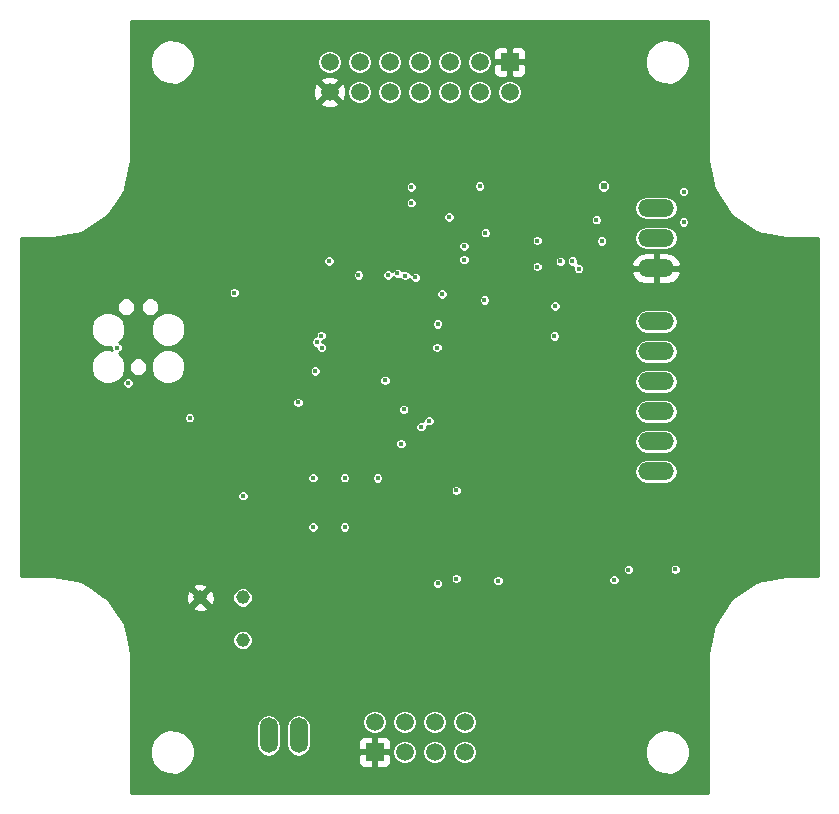
<source format=gbr>
G04 #@! TF.FileFunction,Copper,L2,Inr,Signal*
%FSLAX46Y46*%
G04 Gerber Fmt 4.6, Leading zero omitted, Abs format (unit mm)*
G04 Created by KiCad (PCBNEW 4.0.4-stable) date 01/20/17 21:30:08*
%MOMM*%
%LPD*%
G01*
G04 APERTURE LIST*
%ADD10C,0.100000*%
%ADD11O,3.014980X1.506220*%
%ADD12R,1.498600X1.498600*%
%ADD13C,1.498600*%
%ADD14C,1.158000*%
%ADD15R,1.510000X1.510000*%
%ADD16C,1.510000*%
%ADD17O,1.510000X3.010000*%
%ADD18C,0.406400*%
%ADD19C,0.609600*%
%ADD20C,0.254000*%
G04 APERTURE END LIST*
D10*
D11*
X147015200Y-84759800D03*
X147015200Y-87299800D03*
X147015200Y-89839800D03*
X147015200Y-94361000D03*
X147015200Y-96901000D03*
X147015200Y-99441000D03*
X147015200Y-101981000D03*
X147015200Y-104521000D03*
X147015200Y-107061000D03*
D12*
X134620000Y-72390000D03*
D13*
X134620000Y-74930000D03*
X132080000Y-72390000D03*
X132080000Y-74930000D03*
X129540000Y-72390000D03*
X129540000Y-74930000D03*
X127000000Y-72390000D03*
X127000000Y-74930000D03*
X124460000Y-72390000D03*
X124460000Y-74930000D03*
X121920000Y-72390000D03*
X121920000Y-74930000D03*
X119380000Y-72390000D03*
X119380000Y-74930000D03*
D14*
X108422000Y-117729000D03*
X112014000Y-121321000D03*
X112014000Y-117729000D03*
D15*
X123190000Y-130810000D03*
D16*
X123190000Y-128270000D03*
X125730000Y-130810000D03*
X125730000Y-128270000D03*
X128270000Y-130810000D03*
X128270000Y-128270000D03*
X130810000Y-130810000D03*
X130810000Y-128270000D03*
D17*
X114223800Y-129413000D03*
X116763800Y-129413000D03*
D18*
X124714000Y-121031000D03*
X127863600Y-78079600D03*
X126365000Y-79502000D03*
X125145800Y-80721200D03*
X123444000Y-82423000D03*
X122478800Y-80619600D03*
X123494800Y-77495400D03*
X134848600Y-101447600D03*
X133197600Y-101447600D03*
X131419600Y-101447600D03*
X101396800Y-100025200D03*
X110185200Y-92456000D03*
X120497600Y-102641400D03*
X118160800Y-102666800D03*
X140893800Y-116992400D03*
X133527800Y-113436400D03*
X148285200Y-112903000D03*
X103327200Y-99085400D03*
X103428800Y-100558600D03*
X98958400Y-97561400D03*
X106248200Y-92456000D03*
X143891000Y-91008200D03*
X137134600Y-90881200D03*
X130479800Y-78587600D03*
X130429000Y-81026000D03*
X142417800Y-86487000D03*
X127076200Y-89433400D03*
X113741200Y-98196400D03*
X109448600Y-98247200D03*
X143459200Y-94056200D03*
X142036800Y-95453200D03*
X140690600Y-96697800D03*
X140919200Y-89281000D03*
X114604800Y-92430600D03*
X114935000Y-101396800D03*
X112522000Y-101396800D03*
X120319800Y-89230200D03*
X136677400Y-95605600D03*
X140131800Y-80162400D03*
X125012850Y-92883350D03*
X123725350Y-92883350D03*
X122437850Y-92883350D03*
X121150350Y-92883350D03*
X121150350Y-94170850D03*
X122437850Y-94170850D03*
X125012850Y-94170850D03*
X123725350Y-94170850D03*
X123725350Y-95458350D03*
X122437850Y-95458350D03*
X121150350Y-95458350D03*
X121150350Y-96745850D03*
X122437850Y-96745850D03*
X123725350Y-96745850D03*
X125012850Y-96745850D03*
X125012850Y-95458350D03*
X136983835Y-86541465D03*
X131802235Y-86846265D03*
X131394200Y-95554800D03*
X127711200Y-95681800D03*
X116763800Y-94945200D03*
X125415000Y-104709000D03*
X111302800Y-91922600D03*
X149352000Y-85953600D03*
X128524000Y-116535200D03*
X133629400Y-116306600D03*
X143459200Y-116230400D03*
X148640800Y-115341400D03*
X149352000Y-83362800D03*
X118160800Y-98552000D03*
X119329200Y-89230200D03*
X130760835Y-89128600D03*
X136956800Y-89712800D03*
X126288800Y-82981800D03*
X132080000Y-82905600D03*
X128529200Y-94564600D03*
X128458800Y-96564600D03*
D19*
X142570200Y-82905600D03*
D18*
X141960600Y-85750400D03*
X142417800Y-87553800D03*
X126290435Y-84306265D03*
X136958435Y-87506665D03*
X130760835Y-87989265D03*
X124333000Y-90424000D03*
X121818400Y-90424000D03*
X118668800Y-95554800D03*
X125755400Y-90474800D03*
X107518200Y-102514400D03*
X101371400Y-96570800D03*
X118287800Y-96088200D03*
X102311200Y-99568000D03*
X118694200Y-96570800D03*
X140462000Y-89890600D03*
X128905000Y-92049600D03*
X129489200Y-85521800D03*
X132486400Y-92557600D03*
X132564235Y-86846265D03*
X138404600Y-95580200D03*
X139928600Y-89255600D03*
X138479800Y-93064600D03*
X138912600Y-89281000D03*
X126644400Y-90627200D03*
X125120400Y-90297000D03*
X117983000Y-107594400D03*
X117983000Y-111760000D03*
X120650000Y-111760000D03*
X120650000Y-107594400D03*
X123444000Y-107619800D03*
X127787400Y-102768400D03*
X144678400Y-115366800D03*
X130098800Y-108661200D03*
X127127000Y-103276400D03*
X125653800Y-101803200D03*
X124079000Y-99339400D03*
X130098800Y-116128800D03*
X112039400Y-109118400D03*
X116713000Y-101219000D03*
D20*
G36*
X151436000Y-80645000D02*
X151442322Y-80676782D01*
X151442322Y-80709185D01*
X151925687Y-83139224D01*
X151974812Y-83257823D01*
X153351319Y-85317911D01*
X153442089Y-85408681D01*
X155502177Y-86785189D01*
X155586039Y-86819925D01*
X155620775Y-86834313D01*
X158050815Y-87317678D01*
X158083218Y-87317678D01*
X158115000Y-87324000D01*
X160707000Y-87324000D01*
X160707000Y-115876000D01*
X158115000Y-115876000D01*
X158083218Y-115882322D01*
X158050815Y-115882322D01*
X155620775Y-116365687D01*
X155586039Y-116380075D01*
X155502177Y-116414811D01*
X153442091Y-117791317D01*
X153351319Y-117882089D01*
X151974812Y-119942177D01*
X151974812Y-119942178D01*
X151925687Y-120060776D01*
X151442322Y-122490815D01*
X151442322Y-122523218D01*
X151436000Y-122555000D01*
X151436000Y-134291000D01*
X102564000Y-134291000D01*
X102564000Y-131187265D01*
X104139670Y-131187265D01*
X104429078Y-131887686D01*
X104964495Y-132424039D01*
X105664410Y-132714668D01*
X106422265Y-132715330D01*
X107122686Y-132425922D01*
X107659039Y-131890505D01*
X107949668Y-131190590D01*
X107950330Y-130432735D01*
X107660922Y-129732314D01*
X107125505Y-129195961D01*
X106425590Y-128905332D01*
X105667735Y-128904670D01*
X104967314Y-129194078D01*
X104430961Y-129729495D01*
X104140332Y-130429410D01*
X104139670Y-131187265D01*
X102564000Y-131187265D01*
X102564000Y-128628042D01*
X113189400Y-128628042D01*
X113189400Y-130197958D01*
X113268139Y-130593806D01*
X113492369Y-130929389D01*
X113827952Y-131153619D01*
X114223800Y-131232358D01*
X114619648Y-131153619D01*
X114955231Y-130929389D01*
X115179461Y-130593806D01*
X115258200Y-130197958D01*
X115258200Y-128628042D01*
X115729400Y-128628042D01*
X115729400Y-130197958D01*
X115808139Y-130593806D01*
X116032369Y-130929389D01*
X116367952Y-131153619D01*
X116763800Y-131232358D01*
X117159648Y-131153619D01*
X117246254Y-131095750D01*
X121800000Y-131095750D01*
X121800000Y-131691310D01*
X121896673Y-131924699D01*
X122075302Y-132103327D01*
X122308691Y-132200000D01*
X122904250Y-132200000D01*
X123063000Y-132041250D01*
X123063000Y-130937000D01*
X123317000Y-130937000D01*
X123317000Y-132041250D01*
X123475750Y-132200000D01*
X124071309Y-132200000D01*
X124304698Y-132103327D01*
X124483327Y-131924699D01*
X124580000Y-131691310D01*
X124580000Y-131095750D01*
X124499102Y-131014852D01*
X124695421Y-131014852D01*
X124852567Y-131395175D01*
X125143294Y-131686410D01*
X125523342Y-131844220D01*
X125934852Y-131844579D01*
X126315175Y-131687433D01*
X126606410Y-131396706D01*
X126764220Y-131016658D01*
X126764221Y-131014852D01*
X127235421Y-131014852D01*
X127392567Y-131395175D01*
X127683294Y-131686410D01*
X128063342Y-131844220D01*
X128474852Y-131844579D01*
X128855175Y-131687433D01*
X129146410Y-131396706D01*
X129304220Y-131016658D01*
X129304221Y-131014852D01*
X129775421Y-131014852D01*
X129932567Y-131395175D01*
X130223294Y-131686410D01*
X130603342Y-131844220D01*
X131014852Y-131844579D01*
X131395175Y-131687433D01*
X131686410Y-131396706D01*
X131773377Y-131187265D01*
X146049670Y-131187265D01*
X146339078Y-131887686D01*
X146874495Y-132424039D01*
X147574410Y-132714668D01*
X148332265Y-132715330D01*
X149032686Y-132425922D01*
X149569039Y-131890505D01*
X149859668Y-131190590D01*
X149860330Y-130432735D01*
X149570922Y-129732314D01*
X149035505Y-129195961D01*
X148335590Y-128905332D01*
X147577735Y-128904670D01*
X146877314Y-129194078D01*
X146340961Y-129729495D01*
X146050332Y-130429410D01*
X146049670Y-131187265D01*
X131773377Y-131187265D01*
X131844220Y-131016658D01*
X131844579Y-130605148D01*
X131687433Y-130224825D01*
X131396706Y-129933590D01*
X131016658Y-129775780D01*
X130605148Y-129775421D01*
X130224825Y-129932567D01*
X129933590Y-130223294D01*
X129775780Y-130603342D01*
X129775421Y-131014852D01*
X129304221Y-131014852D01*
X129304579Y-130605148D01*
X129147433Y-130224825D01*
X128856706Y-129933590D01*
X128476658Y-129775780D01*
X128065148Y-129775421D01*
X127684825Y-129932567D01*
X127393590Y-130223294D01*
X127235780Y-130603342D01*
X127235421Y-131014852D01*
X126764221Y-131014852D01*
X126764579Y-130605148D01*
X126607433Y-130224825D01*
X126316706Y-129933590D01*
X125936658Y-129775780D01*
X125525148Y-129775421D01*
X125144825Y-129932567D01*
X124853590Y-130223294D01*
X124695780Y-130603342D01*
X124695421Y-131014852D01*
X124499102Y-131014852D01*
X124421250Y-130937000D01*
X123317000Y-130937000D01*
X123063000Y-130937000D01*
X121958750Y-130937000D01*
X121800000Y-131095750D01*
X117246254Y-131095750D01*
X117495231Y-130929389D01*
X117719461Y-130593806D01*
X117798200Y-130197958D01*
X117798200Y-129928690D01*
X121800000Y-129928690D01*
X121800000Y-130524250D01*
X121958750Y-130683000D01*
X123063000Y-130683000D01*
X123063000Y-129578750D01*
X123317000Y-129578750D01*
X123317000Y-130683000D01*
X124421250Y-130683000D01*
X124580000Y-130524250D01*
X124580000Y-129928690D01*
X124483327Y-129695301D01*
X124304698Y-129516673D01*
X124071309Y-129420000D01*
X123475750Y-129420000D01*
X123317000Y-129578750D01*
X123063000Y-129578750D01*
X122904250Y-129420000D01*
X122308691Y-129420000D01*
X122075302Y-129516673D01*
X121896673Y-129695301D01*
X121800000Y-129928690D01*
X117798200Y-129928690D01*
X117798200Y-128628042D01*
X117767729Y-128474852D01*
X122155421Y-128474852D01*
X122312567Y-128855175D01*
X122603294Y-129146410D01*
X122983342Y-129304220D01*
X123394852Y-129304579D01*
X123775175Y-129147433D01*
X124066410Y-128856706D01*
X124224220Y-128476658D01*
X124224221Y-128474852D01*
X124695421Y-128474852D01*
X124852567Y-128855175D01*
X125143294Y-129146410D01*
X125523342Y-129304220D01*
X125934852Y-129304579D01*
X126315175Y-129147433D01*
X126606410Y-128856706D01*
X126764220Y-128476658D01*
X126764221Y-128474852D01*
X127235421Y-128474852D01*
X127392567Y-128855175D01*
X127683294Y-129146410D01*
X128063342Y-129304220D01*
X128474852Y-129304579D01*
X128855175Y-129147433D01*
X129146410Y-128856706D01*
X129304220Y-128476658D01*
X129304221Y-128474852D01*
X129775421Y-128474852D01*
X129932567Y-128855175D01*
X130223294Y-129146410D01*
X130603342Y-129304220D01*
X131014852Y-129304579D01*
X131395175Y-129147433D01*
X131686410Y-128856706D01*
X131844220Y-128476658D01*
X131844579Y-128065148D01*
X131687433Y-127684825D01*
X131396706Y-127393590D01*
X131016658Y-127235780D01*
X130605148Y-127235421D01*
X130224825Y-127392567D01*
X129933590Y-127683294D01*
X129775780Y-128063342D01*
X129775421Y-128474852D01*
X129304221Y-128474852D01*
X129304579Y-128065148D01*
X129147433Y-127684825D01*
X128856706Y-127393590D01*
X128476658Y-127235780D01*
X128065148Y-127235421D01*
X127684825Y-127392567D01*
X127393590Y-127683294D01*
X127235780Y-128063342D01*
X127235421Y-128474852D01*
X126764221Y-128474852D01*
X126764579Y-128065148D01*
X126607433Y-127684825D01*
X126316706Y-127393590D01*
X125936658Y-127235780D01*
X125525148Y-127235421D01*
X125144825Y-127392567D01*
X124853590Y-127683294D01*
X124695780Y-128063342D01*
X124695421Y-128474852D01*
X124224221Y-128474852D01*
X124224579Y-128065148D01*
X124067433Y-127684825D01*
X123776706Y-127393590D01*
X123396658Y-127235780D01*
X122985148Y-127235421D01*
X122604825Y-127392567D01*
X122313590Y-127683294D01*
X122155780Y-128063342D01*
X122155421Y-128474852D01*
X117767729Y-128474852D01*
X117719461Y-128232194D01*
X117495231Y-127896611D01*
X117159648Y-127672381D01*
X116763800Y-127593642D01*
X116367952Y-127672381D01*
X116032369Y-127896611D01*
X115808139Y-128232194D01*
X115729400Y-128628042D01*
X115258200Y-128628042D01*
X115179461Y-128232194D01*
X114955231Y-127896611D01*
X114619648Y-127672381D01*
X114223800Y-127593642D01*
X113827952Y-127672381D01*
X113492369Y-127896611D01*
X113268139Y-128232194D01*
X113189400Y-128628042D01*
X102564000Y-128628042D01*
X102564000Y-122555000D01*
X102557678Y-122523218D01*
X102557678Y-122490815D01*
X102358802Y-121490997D01*
X111155451Y-121490997D01*
X111285860Y-121806609D01*
X111527121Y-122048292D01*
X111842505Y-122179251D01*
X112183997Y-122179549D01*
X112499609Y-122049140D01*
X112741292Y-121807879D01*
X112872251Y-121492495D01*
X112872549Y-121151003D01*
X112742140Y-120835391D01*
X112500879Y-120593708D01*
X112185495Y-120462749D01*
X111844003Y-120462451D01*
X111528391Y-120592860D01*
X111286708Y-120834121D01*
X111155749Y-121149505D01*
X111155451Y-121490997D01*
X102358802Y-121490997D01*
X102074313Y-120060775D01*
X102059925Y-120026039D01*
X102025189Y-119942177D01*
X101112667Y-118576492D01*
X107754114Y-118576492D01*
X107801034Y-118799752D01*
X108258062Y-118955879D01*
X108740047Y-118925225D01*
X109042966Y-118799752D01*
X109089886Y-118576492D01*
X108422000Y-117908605D01*
X107754114Y-118576492D01*
X101112667Y-118576492D01*
X100648681Y-117882089D01*
X100557911Y-117791319D01*
X100219294Y-117565062D01*
X107195121Y-117565062D01*
X107225775Y-118047047D01*
X107351248Y-118349966D01*
X107574508Y-118396886D01*
X108242395Y-117729000D01*
X108601605Y-117729000D01*
X109269492Y-118396886D01*
X109492752Y-118349966D01*
X109646809Y-117898997D01*
X111155451Y-117898997D01*
X111285860Y-118214609D01*
X111527121Y-118456292D01*
X111842505Y-118587251D01*
X112183997Y-118587549D01*
X112499609Y-118457140D01*
X112741292Y-118215879D01*
X112872251Y-117900495D01*
X112872549Y-117559003D01*
X112742140Y-117243391D01*
X112500879Y-117001708D01*
X112185495Y-116870749D01*
X111844003Y-116870451D01*
X111528391Y-117000860D01*
X111286708Y-117242121D01*
X111155749Y-117557505D01*
X111155451Y-117898997D01*
X109646809Y-117898997D01*
X109648879Y-117892938D01*
X109618225Y-117410953D01*
X109492752Y-117108034D01*
X109269492Y-117061114D01*
X108601605Y-117729000D01*
X108242395Y-117729000D01*
X107574508Y-117061114D01*
X107351248Y-117108034D01*
X107195121Y-117565062D01*
X100219294Y-117565062D01*
X99196284Y-116881508D01*
X107754114Y-116881508D01*
X108422000Y-117549395D01*
X109089886Y-116881508D01*
X109042966Y-116658248D01*
X108962542Y-116630774D01*
X128041316Y-116630774D01*
X128114633Y-116808214D01*
X128250272Y-116944090D01*
X128427584Y-117017716D01*
X128619574Y-117017884D01*
X128797014Y-116944567D01*
X128932890Y-116808928D01*
X129006516Y-116631616D01*
X129006684Y-116439626D01*
X128933367Y-116262186D01*
X128895621Y-116224374D01*
X129616116Y-116224374D01*
X129689433Y-116401814D01*
X129825072Y-116537690D01*
X130002384Y-116611316D01*
X130194374Y-116611484D01*
X130371814Y-116538167D01*
X130507690Y-116402528D01*
X130507836Y-116402174D01*
X133146716Y-116402174D01*
X133220033Y-116579614D01*
X133355672Y-116715490D01*
X133532984Y-116789116D01*
X133724974Y-116789284D01*
X133902414Y-116715967D01*
X134038290Y-116580328D01*
X134111916Y-116403016D01*
X134111983Y-116325974D01*
X142976516Y-116325974D01*
X143049833Y-116503414D01*
X143185472Y-116639290D01*
X143362784Y-116712916D01*
X143554774Y-116713084D01*
X143732214Y-116639767D01*
X143868090Y-116504128D01*
X143941716Y-116326816D01*
X143941884Y-116134826D01*
X143868567Y-115957386D01*
X143732928Y-115821510D01*
X143555616Y-115747884D01*
X143363626Y-115747716D01*
X143186186Y-115821033D01*
X143050310Y-115956672D01*
X142976684Y-116133984D01*
X142976516Y-116325974D01*
X134111983Y-116325974D01*
X134112084Y-116211026D01*
X134038767Y-116033586D01*
X133903128Y-115897710D01*
X133725816Y-115824084D01*
X133533826Y-115823916D01*
X133356386Y-115897233D01*
X133220510Y-116032872D01*
X133146884Y-116210184D01*
X133146716Y-116402174D01*
X130507836Y-116402174D01*
X130581316Y-116225216D01*
X130581484Y-116033226D01*
X130508167Y-115855786D01*
X130372528Y-115719910D01*
X130195216Y-115646284D01*
X130003226Y-115646116D01*
X129825786Y-115719433D01*
X129689910Y-115855072D01*
X129616284Y-116032384D01*
X129616116Y-116224374D01*
X128895621Y-116224374D01*
X128797728Y-116126310D01*
X128620416Y-116052684D01*
X128428426Y-116052516D01*
X128250986Y-116125833D01*
X128115110Y-116261472D01*
X128041484Y-116438784D01*
X128041316Y-116630774D01*
X108962542Y-116630774D01*
X108585938Y-116502121D01*
X108103953Y-116532775D01*
X107801034Y-116658248D01*
X107754114Y-116881508D01*
X99196284Y-116881508D01*
X98497823Y-116414812D01*
X98379224Y-116365687D01*
X95949185Y-115882322D01*
X95916782Y-115882322D01*
X95885000Y-115876000D01*
X93293000Y-115876000D01*
X93293000Y-115462374D01*
X144195716Y-115462374D01*
X144269033Y-115639814D01*
X144404672Y-115775690D01*
X144581984Y-115849316D01*
X144773974Y-115849484D01*
X144951414Y-115776167D01*
X145087290Y-115640528D01*
X145160916Y-115463216D01*
X145160938Y-115436974D01*
X148158116Y-115436974D01*
X148231433Y-115614414D01*
X148367072Y-115750290D01*
X148544384Y-115823916D01*
X148736374Y-115824084D01*
X148913814Y-115750767D01*
X149049690Y-115615128D01*
X149123316Y-115437816D01*
X149123484Y-115245826D01*
X149050167Y-115068386D01*
X148914528Y-114932510D01*
X148737216Y-114858884D01*
X148545226Y-114858716D01*
X148367786Y-114932033D01*
X148231910Y-115067672D01*
X148158284Y-115244984D01*
X148158116Y-115436974D01*
X145160938Y-115436974D01*
X145161084Y-115271226D01*
X145087767Y-115093786D01*
X144952128Y-114957910D01*
X144774816Y-114884284D01*
X144582826Y-114884116D01*
X144405386Y-114957433D01*
X144269510Y-115093072D01*
X144195884Y-115270384D01*
X144195716Y-115462374D01*
X93293000Y-115462374D01*
X93293000Y-111855574D01*
X117500316Y-111855574D01*
X117573633Y-112033014D01*
X117709272Y-112168890D01*
X117886584Y-112242516D01*
X118078574Y-112242684D01*
X118256014Y-112169367D01*
X118391890Y-112033728D01*
X118465516Y-111856416D01*
X118465516Y-111855574D01*
X120167316Y-111855574D01*
X120240633Y-112033014D01*
X120376272Y-112168890D01*
X120553584Y-112242516D01*
X120745574Y-112242684D01*
X120923014Y-112169367D01*
X121058890Y-112033728D01*
X121132516Y-111856416D01*
X121132684Y-111664426D01*
X121059367Y-111486986D01*
X120923728Y-111351110D01*
X120746416Y-111277484D01*
X120554426Y-111277316D01*
X120376986Y-111350633D01*
X120241110Y-111486272D01*
X120167484Y-111663584D01*
X120167316Y-111855574D01*
X118465516Y-111855574D01*
X118465684Y-111664426D01*
X118392367Y-111486986D01*
X118256728Y-111351110D01*
X118079416Y-111277484D01*
X117887426Y-111277316D01*
X117709986Y-111350633D01*
X117574110Y-111486272D01*
X117500484Y-111663584D01*
X117500316Y-111855574D01*
X93293000Y-111855574D01*
X93293000Y-109213974D01*
X111556716Y-109213974D01*
X111630033Y-109391414D01*
X111765672Y-109527290D01*
X111942984Y-109600916D01*
X112134974Y-109601084D01*
X112312414Y-109527767D01*
X112448290Y-109392128D01*
X112521916Y-109214816D01*
X112522084Y-109022826D01*
X112448767Y-108845386D01*
X112360310Y-108756774D01*
X129616116Y-108756774D01*
X129689433Y-108934214D01*
X129825072Y-109070090D01*
X130002384Y-109143716D01*
X130194374Y-109143884D01*
X130371814Y-109070567D01*
X130507690Y-108934928D01*
X130581316Y-108757616D01*
X130581484Y-108565626D01*
X130508167Y-108388186D01*
X130372528Y-108252310D01*
X130195216Y-108178684D01*
X130003226Y-108178516D01*
X129825786Y-108251833D01*
X129689910Y-108387472D01*
X129616284Y-108564784D01*
X129616116Y-108756774D01*
X112360310Y-108756774D01*
X112313128Y-108709510D01*
X112135816Y-108635884D01*
X111943826Y-108635716D01*
X111766386Y-108709033D01*
X111630510Y-108844672D01*
X111556884Y-109021984D01*
X111556716Y-109213974D01*
X93293000Y-109213974D01*
X93293000Y-107689974D01*
X117500316Y-107689974D01*
X117573633Y-107867414D01*
X117709272Y-108003290D01*
X117886584Y-108076916D01*
X118078574Y-108077084D01*
X118256014Y-108003767D01*
X118391890Y-107868128D01*
X118465516Y-107690816D01*
X118465516Y-107689974D01*
X120167316Y-107689974D01*
X120240633Y-107867414D01*
X120376272Y-108003290D01*
X120553584Y-108076916D01*
X120745574Y-108077084D01*
X120923014Y-108003767D01*
X121058890Y-107868128D01*
X121122318Y-107715374D01*
X122961316Y-107715374D01*
X123034633Y-107892814D01*
X123170272Y-108028690D01*
X123347584Y-108102316D01*
X123539574Y-108102484D01*
X123717014Y-108029167D01*
X123852890Y-107893528D01*
X123926516Y-107716216D01*
X123926684Y-107524226D01*
X123853367Y-107346786D01*
X123717728Y-107210910D01*
X123540416Y-107137284D01*
X123348426Y-107137116D01*
X123170986Y-107210433D01*
X123035110Y-107346072D01*
X122961484Y-107523384D01*
X122961316Y-107715374D01*
X121122318Y-107715374D01*
X121132516Y-107690816D01*
X121132684Y-107498826D01*
X121059367Y-107321386D01*
X120923728Y-107185510D01*
X120746416Y-107111884D01*
X120554426Y-107111716D01*
X120376986Y-107185033D01*
X120241110Y-107320672D01*
X120167484Y-107497984D01*
X120167316Y-107689974D01*
X118465516Y-107689974D01*
X118465684Y-107498826D01*
X118392367Y-107321386D01*
X118256728Y-107185510D01*
X118079416Y-107111884D01*
X117887426Y-107111716D01*
X117709986Y-107185033D01*
X117574110Y-107320672D01*
X117500484Y-107497984D01*
X117500316Y-107689974D01*
X93293000Y-107689974D01*
X93293000Y-107061000D01*
X145193303Y-107061000D01*
X145271898Y-107456124D01*
X145495718Y-107791095D01*
X145830689Y-108014915D01*
X146225813Y-108093510D01*
X147804587Y-108093510D01*
X148199711Y-108014915D01*
X148534682Y-107791095D01*
X148758502Y-107456124D01*
X148837097Y-107061000D01*
X148758502Y-106665876D01*
X148534682Y-106330905D01*
X148199711Y-106107085D01*
X147804587Y-106028490D01*
X146225813Y-106028490D01*
X145830689Y-106107085D01*
X145495718Y-106330905D01*
X145271898Y-106665876D01*
X145193303Y-107061000D01*
X93293000Y-107061000D01*
X93293000Y-104804574D01*
X124932316Y-104804574D01*
X125005633Y-104982014D01*
X125141272Y-105117890D01*
X125318584Y-105191516D01*
X125510574Y-105191684D01*
X125688014Y-105118367D01*
X125823890Y-104982728D01*
X125897516Y-104805416D01*
X125897684Y-104613426D01*
X125859495Y-104521000D01*
X145193303Y-104521000D01*
X145271898Y-104916124D01*
X145495718Y-105251095D01*
X145830689Y-105474915D01*
X146225813Y-105553510D01*
X147804587Y-105553510D01*
X148199711Y-105474915D01*
X148534682Y-105251095D01*
X148758502Y-104916124D01*
X148837097Y-104521000D01*
X148758502Y-104125876D01*
X148534682Y-103790905D01*
X148199711Y-103567085D01*
X147804587Y-103488490D01*
X146225813Y-103488490D01*
X145830689Y-103567085D01*
X145495718Y-103790905D01*
X145271898Y-104125876D01*
X145193303Y-104521000D01*
X125859495Y-104521000D01*
X125824367Y-104435986D01*
X125688728Y-104300110D01*
X125511416Y-104226484D01*
X125319426Y-104226316D01*
X125141986Y-104299633D01*
X125006110Y-104435272D01*
X124932484Y-104612584D01*
X124932316Y-104804574D01*
X93293000Y-104804574D01*
X93293000Y-103371974D01*
X126644316Y-103371974D01*
X126717633Y-103549414D01*
X126853272Y-103685290D01*
X127030584Y-103758916D01*
X127222574Y-103759084D01*
X127400014Y-103685767D01*
X127535890Y-103550128D01*
X127609516Y-103372816D01*
X127609652Y-103217144D01*
X127690984Y-103250916D01*
X127882974Y-103251084D01*
X128060414Y-103177767D01*
X128196290Y-103042128D01*
X128269916Y-102864816D01*
X128270084Y-102672826D01*
X128196767Y-102495386D01*
X128061128Y-102359510D01*
X127883816Y-102285884D01*
X127691826Y-102285716D01*
X127514386Y-102359033D01*
X127378510Y-102494672D01*
X127304884Y-102671984D01*
X127304748Y-102827656D01*
X127223416Y-102793884D01*
X127031426Y-102793716D01*
X126853986Y-102867033D01*
X126718110Y-103002672D01*
X126644484Y-103179984D01*
X126644316Y-103371974D01*
X93293000Y-103371974D01*
X93293000Y-102609974D01*
X107035516Y-102609974D01*
X107108833Y-102787414D01*
X107244472Y-102923290D01*
X107421784Y-102996916D01*
X107613774Y-102997084D01*
X107791214Y-102923767D01*
X107927090Y-102788128D01*
X108000716Y-102610816D01*
X108000884Y-102418826D01*
X107927567Y-102241386D01*
X107791928Y-102105510D01*
X107614616Y-102031884D01*
X107422626Y-102031716D01*
X107245186Y-102105033D01*
X107109310Y-102240672D01*
X107035684Y-102417984D01*
X107035516Y-102609974D01*
X93293000Y-102609974D01*
X93293000Y-101898774D01*
X125171116Y-101898774D01*
X125244433Y-102076214D01*
X125380072Y-102212090D01*
X125557384Y-102285716D01*
X125749374Y-102285884D01*
X125926814Y-102212567D01*
X126062690Y-102076928D01*
X126102522Y-101981000D01*
X145193303Y-101981000D01*
X145271898Y-102376124D01*
X145495718Y-102711095D01*
X145830689Y-102934915D01*
X146225813Y-103013510D01*
X147804587Y-103013510D01*
X148199711Y-102934915D01*
X148534682Y-102711095D01*
X148758502Y-102376124D01*
X148837097Y-101981000D01*
X148758502Y-101585876D01*
X148534682Y-101250905D01*
X148199711Y-101027085D01*
X147804587Y-100948490D01*
X146225813Y-100948490D01*
X145830689Y-101027085D01*
X145495718Y-101250905D01*
X145271898Y-101585876D01*
X145193303Y-101981000D01*
X126102522Y-101981000D01*
X126136316Y-101899616D01*
X126136484Y-101707626D01*
X126063167Y-101530186D01*
X125927528Y-101394310D01*
X125750216Y-101320684D01*
X125558226Y-101320516D01*
X125380786Y-101393833D01*
X125244910Y-101529472D01*
X125171284Y-101706784D01*
X125171116Y-101898774D01*
X93293000Y-101898774D01*
X93293000Y-101314574D01*
X116230316Y-101314574D01*
X116303633Y-101492014D01*
X116439272Y-101627890D01*
X116616584Y-101701516D01*
X116808574Y-101701684D01*
X116986014Y-101628367D01*
X117121890Y-101492728D01*
X117195516Y-101315416D01*
X117195684Y-101123426D01*
X117122367Y-100945986D01*
X116986728Y-100810110D01*
X116809416Y-100736484D01*
X116617426Y-100736316D01*
X116439986Y-100809633D01*
X116304110Y-100945272D01*
X116230484Y-101122584D01*
X116230316Y-101314574D01*
X93293000Y-101314574D01*
X93293000Y-99663574D01*
X101828516Y-99663574D01*
X101901833Y-99841014D01*
X102037472Y-99976890D01*
X102214784Y-100050516D01*
X102406774Y-100050684D01*
X102584214Y-99977367D01*
X102720090Y-99841728D01*
X102793716Y-99664416D01*
X102793884Y-99472426D01*
X102720567Y-99294986D01*
X102584928Y-99159110D01*
X102407616Y-99085484D01*
X102215626Y-99085316D01*
X102038186Y-99158633D01*
X101902310Y-99294272D01*
X101828684Y-99471584D01*
X101828516Y-99663574D01*
X93293000Y-99663574D01*
X93293000Y-95311894D01*
X99142296Y-95311894D01*
X99365140Y-95851218D01*
X99777412Y-96264210D01*
X100316345Y-96487995D01*
X100888872Y-96488494D01*
X100888716Y-96666374D01*
X100917508Y-96736056D01*
X100902455Y-96729805D01*
X100318906Y-96729296D01*
X99779582Y-96952140D01*
X99366590Y-97364412D01*
X99142805Y-97903345D01*
X99142296Y-98486894D01*
X99365140Y-99026218D01*
X99777412Y-99439210D01*
X100316345Y-99662995D01*
X100899894Y-99663504D01*
X101439218Y-99440660D01*
X101852210Y-99028388D01*
X102075995Y-98489455D01*
X102076114Y-98352336D01*
X102361864Y-98352336D01*
X102481486Y-98641844D01*
X102702791Y-98863536D01*
X102992089Y-98983663D01*
X103305336Y-98983936D01*
X103594844Y-98864314D01*
X103816536Y-98643009D01*
X103881360Y-98486894D01*
X104222296Y-98486894D01*
X104445140Y-99026218D01*
X104857412Y-99439210D01*
X105396345Y-99662995D01*
X105979894Y-99663504D01*
X106519218Y-99440660D01*
X106524913Y-99434974D01*
X123596316Y-99434974D01*
X123669633Y-99612414D01*
X123805272Y-99748290D01*
X123982584Y-99821916D01*
X124174574Y-99822084D01*
X124352014Y-99748767D01*
X124487890Y-99613128D01*
X124559363Y-99441000D01*
X145193303Y-99441000D01*
X145271898Y-99836124D01*
X145495718Y-100171095D01*
X145830689Y-100394915D01*
X146225813Y-100473510D01*
X147804587Y-100473510D01*
X148199711Y-100394915D01*
X148534682Y-100171095D01*
X148758502Y-99836124D01*
X148837097Y-99441000D01*
X148758502Y-99045876D01*
X148534682Y-98710905D01*
X148199711Y-98487085D01*
X147804587Y-98408490D01*
X146225813Y-98408490D01*
X145830689Y-98487085D01*
X145495718Y-98710905D01*
X145271898Y-99045876D01*
X145193303Y-99441000D01*
X124559363Y-99441000D01*
X124561516Y-99435816D01*
X124561684Y-99243826D01*
X124488367Y-99066386D01*
X124352728Y-98930510D01*
X124175416Y-98856884D01*
X123983426Y-98856716D01*
X123805986Y-98930033D01*
X123670110Y-99065672D01*
X123596484Y-99242984D01*
X123596316Y-99434974D01*
X106524913Y-99434974D01*
X106932210Y-99028388D01*
X107090338Y-98647574D01*
X117678116Y-98647574D01*
X117751433Y-98825014D01*
X117887072Y-98960890D01*
X118064384Y-99034516D01*
X118256374Y-99034684D01*
X118433814Y-98961367D01*
X118569690Y-98825728D01*
X118643316Y-98648416D01*
X118643484Y-98456426D01*
X118570167Y-98278986D01*
X118434528Y-98143110D01*
X118257216Y-98069484D01*
X118065226Y-98069316D01*
X117887786Y-98142633D01*
X117751910Y-98278272D01*
X117678284Y-98455584D01*
X117678116Y-98647574D01*
X107090338Y-98647574D01*
X107155995Y-98489455D01*
X107156504Y-97905906D01*
X106933660Y-97366582D01*
X106521388Y-96953590D01*
X105982455Y-96729805D01*
X105398906Y-96729296D01*
X104859582Y-96952140D01*
X104446590Y-97364412D01*
X104222805Y-97903345D01*
X104222296Y-98486894D01*
X103881360Y-98486894D01*
X103936663Y-98353711D01*
X103936936Y-98040464D01*
X103817314Y-97750956D01*
X103596009Y-97529264D01*
X103306711Y-97409137D01*
X102993464Y-97408864D01*
X102703956Y-97528486D01*
X102482264Y-97749791D01*
X102362137Y-98039089D01*
X102361864Y-98352336D01*
X102076114Y-98352336D01*
X102076504Y-97905906D01*
X101853660Y-97366582D01*
X101519459Y-97031797D01*
X101644414Y-96980167D01*
X101780290Y-96844528D01*
X101853916Y-96667216D01*
X101854084Y-96475226D01*
X101780767Y-96297786D01*
X101645128Y-96161910D01*
X101573107Y-96132004D01*
X101852210Y-95853388D01*
X102075995Y-95314455D01*
X102075997Y-95311894D01*
X104222296Y-95311894D01*
X104445140Y-95851218D01*
X104857412Y-96264210D01*
X105396345Y-96487995D01*
X105979894Y-96488504D01*
X106519218Y-96265660D01*
X106601247Y-96183774D01*
X117805116Y-96183774D01*
X117878433Y-96361214D01*
X118014072Y-96497090D01*
X118191384Y-96570716D01*
X118211600Y-96570734D01*
X118211516Y-96666374D01*
X118284833Y-96843814D01*
X118420472Y-96979690D01*
X118597784Y-97053316D01*
X118789774Y-97053484D01*
X118967214Y-96980167D01*
X119103090Y-96844528D01*
X119176716Y-96667216D01*
X119176722Y-96660174D01*
X127976116Y-96660174D01*
X128049433Y-96837614D01*
X128185072Y-96973490D01*
X128362384Y-97047116D01*
X128554374Y-97047284D01*
X128731814Y-96973967D01*
X128804908Y-96901000D01*
X145193303Y-96901000D01*
X145271898Y-97296124D01*
X145495718Y-97631095D01*
X145830689Y-97854915D01*
X146225813Y-97933510D01*
X147804587Y-97933510D01*
X148199711Y-97854915D01*
X148534682Y-97631095D01*
X148758502Y-97296124D01*
X148837097Y-96901000D01*
X148758502Y-96505876D01*
X148534682Y-96170905D01*
X148199711Y-95947085D01*
X147804587Y-95868490D01*
X146225813Y-95868490D01*
X145830689Y-95947085D01*
X145495718Y-96170905D01*
X145271898Y-96505876D01*
X145193303Y-96901000D01*
X128804908Y-96901000D01*
X128867690Y-96838328D01*
X128941316Y-96661016D01*
X128941484Y-96469026D01*
X128868167Y-96291586D01*
X128732528Y-96155710D01*
X128555216Y-96082084D01*
X128363226Y-96081916D01*
X128185786Y-96155233D01*
X128049910Y-96290872D01*
X127976284Y-96468184D01*
X127976116Y-96660174D01*
X119176722Y-96660174D01*
X119176884Y-96475226D01*
X119103567Y-96297786D01*
X118967928Y-96161910D01*
X118790616Y-96088284D01*
X118770400Y-96088266D01*
X118770447Y-96034975D01*
X118941814Y-95964167D01*
X119077690Y-95828528D01*
X119141118Y-95675774D01*
X137921916Y-95675774D01*
X137995233Y-95853214D01*
X138130872Y-95989090D01*
X138308184Y-96062716D01*
X138500174Y-96062884D01*
X138677614Y-95989567D01*
X138813490Y-95853928D01*
X138887116Y-95676616D01*
X138887284Y-95484626D01*
X138813967Y-95307186D01*
X138678328Y-95171310D01*
X138501016Y-95097684D01*
X138309026Y-95097516D01*
X138131586Y-95170833D01*
X137995710Y-95306472D01*
X137922084Y-95483784D01*
X137921916Y-95675774D01*
X119141118Y-95675774D01*
X119151316Y-95651216D01*
X119151484Y-95459226D01*
X119078167Y-95281786D01*
X118942528Y-95145910D01*
X118765216Y-95072284D01*
X118573226Y-95072116D01*
X118395786Y-95145433D01*
X118259910Y-95281072D01*
X118186284Y-95458384D01*
X118186153Y-95608025D01*
X118014786Y-95678833D01*
X117878910Y-95814472D01*
X117805284Y-95991784D01*
X117805116Y-96183774D01*
X106601247Y-96183774D01*
X106932210Y-95853388D01*
X107155995Y-95314455D01*
X107156504Y-94730906D01*
X107127279Y-94660174D01*
X128046516Y-94660174D01*
X128119833Y-94837614D01*
X128255472Y-94973490D01*
X128432784Y-95047116D01*
X128624774Y-95047284D01*
X128802214Y-94973967D01*
X128938090Y-94838328D01*
X129011716Y-94661016D01*
X129011884Y-94469026D01*
X128967249Y-94361000D01*
X145193303Y-94361000D01*
X145271898Y-94756124D01*
X145495718Y-95091095D01*
X145830689Y-95314915D01*
X146225813Y-95393510D01*
X147804587Y-95393510D01*
X148199711Y-95314915D01*
X148534682Y-95091095D01*
X148758502Y-94756124D01*
X148837097Y-94361000D01*
X148758502Y-93965876D01*
X148534682Y-93630905D01*
X148199711Y-93407085D01*
X147804587Y-93328490D01*
X146225813Y-93328490D01*
X145830689Y-93407085D01*
X145495718Y-93630905D01*
X145271898Y-93965876D01*
X145193303Y-94361000D01*
X128967249Y-94361000D01*
X128938567Y-94291586D01*
X128802928Y-94155710D01*
X128625616Y-94082084D01*
X128433626Y-94081916D01*
X128256186Y-94155233D01*
X128120310Y-94290872D01*
X128046684Y-94468184D01*
X128046516Y-94660174D01*
X107127279Y-94660174D01*
X106933660Y-94191582D01*
X106521388Y-93778590D01*
X105982455Y-93554805D01*
X105398906Y-93554296D01*
X104859582Y-93777140D01*
X104446590Y-94189412D01*
X104222805Y-94728345D01*
X104222296Y-95311894D01*
X102075997Y-95311894D01*
X102076504Y-94730906D01*
X101853660Y-94191582D01*
X101441388Y-93778590D01*
X100902455Y-93554805D01*
X100318906Y-93554296D01*
X99779582Y-93777140D01*
X99366590Y-94189412D01*
X99142805Y-94728345D01*
X99142296Y-95311894D01*
X93293000Y-95311894D01*
X93293000Y-93272336D01*
X101345864Y-93272336D01*
X101465486Y-93561844D01*
X101686791Y-93783536D01*
X101976089Y-93903663D01*
X102289336Y-93903936D01*
X102578844Y-93784314D01*
X102800536Y-93563009D01*
X102920663Y-93273711D01*
X102920664Y-93272336D01*
X103377864Y-93272336D01*
X103497486Y-93561844D01*
X103718791Y-93783536D01*
X104008089Y-93903663D01*
X104321336Y-93903936D01*
X104610844Y-93784314D01*
X104832536Y-93563009D01*
X104952663Y-93273711D01*
X104952761Y-93160174D01*
X137997116Y-93160174D01*
X138070433Y-93337614D01*
X138206072Y-93473490D01*
X138383384Y-93547116D01*
X138575374Y-93547284D01*
X138752814Y-93473967D01*
X138888690Y-93338328D01*
X138962316Y-93161016D01*
X138962484Y-92969026D01*
X138889167Y-92791586D01*
X138753528Y-92655710D01*
X138576216Y-92582084D01*
X138384226Y-92581916D01*
X138206786Y-92655233D01*
X138070910Y-92790872D01*
X137997284Y-92968184D01*
X137997116Y-93160174D01*
X104952761Y-93160174D01*
X104952936Y-92960464D01*
X104833314Y-92670956D01*
X104815564Y-92653174D01*
X132003716Y-92653174D01*
X132077033Y-92830614D01*
X132212672Y-92966490D01*
X132389984Y-93040116D01*
X132581974Y-93040284D01*
X132759414Y-92966967D01*
X132895290Y-92831328D01*
X132968916Y-92654016D01*
X132969084Y-92462026D01*
X132895767Y-92284586D01*
X132760128Y-92148710D01*
X132582816Y-92075084D01*
X132390826Y-92074916D01*
X132213386Y-92148233D01*
X132077510Y-92283872D01*
X132003884Y-92461184D01*
X132003716Y-92653174D01*
X104815564Y-92653174D01*
X104612009Y-92449264D01*
X104322711Y-92329137D01*
X104009464Y-92328864D01*
X103719956Y-92448486D01*
X103498264Y-92669791D01*
X103378137Y-92959089D01*
X103377864Y-93272336D01*
X102920664Y-93272336D01*
X102920936Y-92960464D01*
X102801314Y-92670956D01*
X102580009Y-92449264D01*
X102290711Y-92329137D01*
X101977464Y-92328864D01*
X101687956Y-92448486D01*
X101466264Y-92669791D01*
X101346137Y-92959089D01*
X101345864Y-93272336D01*
X93293000Y-93272336D01*
X93293000Y-92018174D01*
X110820116Y-92018174D01*
X110893433Y-92195614D01*
X111029072Y-92331490D01*
X111206384Y-92405116D01*
X111398374Y-92405284D01*
X111575814Y-92331967D01*
X111711690Y-92196328D01*
X111732930Y-92145174D01*
X128422316Y-92145174D01*
X128495633Y-92322614D01*
X128631272Y-92458490D01*
X128808584Y-92532116D01*
X129000574Y-92532284D01*
X129178014Y-92458967D01*
X129313890Y-92323328D01*
X129387516Y-92146016D01*
X129387684Y-91954026D01*
X129314367Y-91776586D01*
X129178728Y-91640710D01*
X129001416Y-91567084D01*
X128809426Y-91566916D01*
X128631986Y-91640233D01*
X128496110Y-91775872D01*
X128422484Y-91953184D01*
X128422316Y-92145174D01*
X111732930Y-92145174D01*
X111785316Y-92019016D01*
X111785484Y-91827026D01*
X111712167Y-91649586D01*
X111576528Y-91513710D01*
X111399216Y-91440084D01*
X111207226Y-91439916D01*
X111029786Y-91513233D01*
X110893910Y-91648872D01*
X110820284Y-91826184D01*
X110820116Y-92018174D01*
X93293000Y-92018174D01*
X93293000Y-90519574D01*
X121335716Y-90519574D01*
X121409033Y-90697014D01*
X121544672Y-90832890D01*
X121721984Y-90906516D01*
X121913974Y-90906684D01*
X122091414Y-90833367D01*
X122227290Y-90697728D01*
X122300916Y-90520416D01*
X122300916Y-90519574D01*
X123850316Y-90519574D01*
X123923633Y-90697014D01*
X124059272Y-90832890D01*
X124236584Y-90906516D01*
X124428574Y-90906684D01*
X124606014Y-90833367D01*
X124741890Y-90697728D01*
X124770278Y-90629362D01*
X124846672Y-90705890D01*
X125023984Y-90779516D01*
X125215974Y-90779684D01*
X125338314Y-90729134D01*
X125346033Y-90747814D01*
X125481672Y-90883690D01*
X125658984Y-90957316D01*
X125850974Y-90957484D01*
X126028414Y-90884167D01*
X126164290Y-90748528D01*
X126168334Y-90738790D01*
X126235033Y-90900214D01*
X126370672Y-91036090D01*
X126547984Y-91109716D01*
X126739974Y-91109884D01*
X126917414Y-91036567D01*
X127053290Y-90900928D01*
X127126916Y-90723616D01*
X127127084Y-90531626D01*
X127053767Y-90354186D01*
X126918128Y-90218310D01*
X126740816Y-90144684D01*
X126548826Y-90144516D01*
X126371386Y-90217833D01*
X126235510Y-90353472D01*
X126231466Y-90363210D01*
X126164767Y-90201786D01*
X126029128Y-90065910D01*
X125851816Y-89992284D01*
X125659826Y-89992116D01*
X125537486Y-90042666D01*
X125529767Y-90023986D01*
X125394128Y-89888110D01*
X125216816Y-89814484D01*
X125024826Y-89814316D01*
X124847386Y-89887633D01*
X124711510Y-90023272D01*
X124683122Y-90091638D01*
X124606728Y-90015110D01*
X124429416Y-89941484D01*
X124237426Y-89941316D01*
X124059986Y-90014633D01*
X123924110Y-90150272D01*
X123850484Y-90327584D01*
X123850316Y-90519574D01*
X122300916Y-90519574D01*
X122301084Y-90328426D01*
X122227767Y-90150986D01*
X122092128Y-90015110D01*
X121914816Y-89941484D01*
X121722826Y-89941316D01*
X121545386Y-90014633D01*
X121409510Y-90150272D01*
X121335884Y-90327584D01*
X121335716Y-90519574D01*
X93293000Y-90519574D01*
X93293000Y-89808374D01*
X136474116Y-89808374D01*
X136547433Y-89985814D01*
X136683072Y-90121690D01*
X136860384Y-90195316D01*
X137052374Y-90195484D01*
X137229814Y-90122167D01*
X137365690Y-89986528D01*
X137439316Y-89809216D01*
X137439484Y-89617226D01*
X137366167Y-89439786D01*
X137303066Y-89376574D01*
X138429916Y-89376574D01*
X138503233Y-89554014D01*
X138638872Y-89689890D01*
X138816184Y-89763516D01*
X139008174Y-89763684D01*
X139185614Y-89690367D01*
X139321490Y-89554728D01*
X139395116Y-89377416D01*
X139395138Y-89351174D01*
X139445916Y-89351174D01*
X139519233Y-89528614D01*
X139654872Y-89664490D01*
X139832184Y-89738116D01*
X140002703Y-89738265D01*
X139979484Y-89794184D01*
X139979316Y-89986174D01*
X140052633Y-90163614D01*
X140188272Y-90299490D01*
X140365584Y-90373116D01*
X140557574Y-90373284D01*
X140735014Y-90299967D01*
X140853714Y-90181474D01*
X144915417Y-90181474D01*
X144929773Y-90253675D01*
X145189476Y-90731540D01*
X145612281Y-91073646D01*
X146133820Y-91227910D01*
X146888200Y-91227910D01*
X146888200Y-89966800D01*
X147142200Y-89966800D01*
X147142200Y-91227910D01*
X147896580Y-91227910D01*
X148418119Y-91073646D01*
X148840924Y-90731540D01*
X149100627Y-90253675D01*
X149114983Y-90181474D01*
X148992362Y-89966800D01*
X147142200Y-89966800D01*
X146888200Y-89966800D01*
X145038038Y-89966800D01*
X144915417Y-90181474D01*
X140853714Y-90181474D01*
X140870890Y-90164328D01*
X140944516Y-89987016D01*
X140944684Y-89795026D01*
X140871367Y-89617586D01*
X140752116Y-89498126D01*
X144915417Y-89498126D01*
X145038038Y-89712800D01*
X146888200Y-89712800D01*
X146888200Y-88451690D01*
X147142200Y-88451690D01*
X147142200Y-89712800D01*
X148992362Y-89712800D01*
X149114983Y-89498126D01*
X149100627Y-89425925D01*
X148840924Y-88948060D01*
X148418119Y-88605954D01*
X147896580Y-88451690D01*
X147142200Y-88451690D01*
X146888200Y-88451690D01*
X146133820Y-88451690D01*
X145612281Y-88605954D01*
X145189476Y-88948060D01*
X144929773Y-89425925D01*
X144915417Y-89498126D01*
X140752116Y-89498126D01*
X140735728Y-89481710D01*
X140558416Y-89408084D01*
X140387897Y-89407935D01*
X140411116Y-89352016D01*
X140411284Y-89160026D01*
X140337967Y-88982586D01*
X140202328Y-88846710D01*
X140025016Y-88773084D01*
X139833026Y-88772916D01*
X139655586Y-88846233D01*
X139519710Y-88981872D01*
X139446084Y-89159184D01*
X139445916Y-89351174D01*
X139395138Y-89351174D01*
X139395284Y-89185426D01*
X139321967Y-89007986D01*
X139186328Y-88872110D01*
X139009016Y-88798484D01*
X138817026Y-88798316D01*
X138639586Y-88871633D01*
X138503710Y-89007272D01*
X138430084Y-89184584D01*
X138429916Y-89376574D01*
X137303066Y-89376574D01*
X137230528Y-89303910D01*
X137053216Y-89230284D01*
X136861226Y-89230116D01*
X136683786Y-89303433D01*
X136547910Y-89439072D01*
X136474284Y-89616384D01*
X136474116Y-89808374D01*
X93293000Y-89808374D01*
X93293000Y-89325774D01*
X118846516Y-89325774D01*
X118919833Y-89503214D01*
X119055472Y-89639090D01*
X119232784Y-89712716D01*
X119424774Y-89712884D01*
X119602214Y-89639567D01*
X119738090Y-89503928D01*
X119811716Y-89326616D01*
X119811805Y-89224174D01*
X130278151Y-89224174D01*
X130351468Y-89401614D01*
X130487107Y-89537490D01*
X130664419Y-89611116D01*
X130856409Y-89611284D01*
X131033849Y-89537967D01*
X131169725Y-89402328D01*
X131243351Y-89225016D01*
X131243519Y-89033026D01*
X131170202Y-88855586D01*
X131034563Y-88719710D01*
X130857251Y-88646084D01*
X130665261Y-88645916D01*
X130487821Y-88719233D01*
X130351945Y-88854872D01*
X130278319Y-89032184D01*
X130278151Y-89224174D01*
X119811805Y-89224174D01*
X119811884Y-89134626D01*
X119738567Y-88957186D01*
X119602928Y-88821310D01*
X119425616Y-88747684D01*
X119233626Y-88747516D01*
X119056186Y-88820833D01*
X118920310Y-88956472D01*
X118846684Y-89133784D01*
X118846516Y-89325774D01*
X93293000Y-89325774D01*
X93293000Y-88084839D01*
X130278151Y-88084839D01*
X130351468Y-88262279D01*
X130487107Y-88398155D01*
X130664419Y-88471781D01*
X130856409Y-88471949D01*
X131033849Y-88398632D01*
X131169725Y-88262993D01*
X131243351Y-88085681D01*
X131243519Y-87893691D01*
X131170202Y-87716251D01*
X131056389Y-87602239D01*
X136475751Y-87602239D01*
X136549068Y-87779679D01*
X136684707Y-87915555D01*
X136862019Y-87989181D01*
X137054009Y-87989349D01*
X137231449Y-87916032D01*
X137367325Y-87780393D01*
X137421728Y-87649374D01*
X141935116Y-87649374D01*
X142008433Y-87826814D01*
X142144072Y-87962690D01*
X142321384Y-88036316D01*
X142513374Y-88036484D01*
X142690814Y-87963167D01*
X142826690Y-87827528D01*
X142900316Y-87650216D01*
X142900484Y-87458226D01*
X142835024Y-87299800D01*
X145193303Y-87299800D01*
X145271898Y-87694924D01*
X145495718Y-88029895D01*
X145830689Y-88253715D01*
X146225813Y-88332310D01*
X147804587Y-88332310D01*
X148199711Y-88253715D01*
X148534682Y-88029895D01*
X148758502Y-87694924D01*
X148837097Y-87299800D01*
X148758502Y-86904676D01*
X148534682Y-86569705D01*
X148199711Y-86345885D01*
X147804587Y-86267290D01*
X146225813Y-86267290D01*
X145830689Y-86345885D01*
X145495718Y-86569705D01*
X145271898Y-86904676D01*
X145193303Y-87299800D01*
X142835024Y-87299800D01*
X142827167Y-87280786D01*
X142691528Y-87144910D01*
X142514216Y-87071284D01*
X142322226Y-87071116D01*
X142144786Y-87144433D01*
X142008910Y-87280072D01*
X141935284Y-87457384D01*
X141935116Y-87649374D01*
X137421728Y-87649374D01*
X137440951Y-87603081D01*
X137441119Y-87411091D01*
X137367802Y-87233651D01*
X137232163Y-87097775D01*
X137054851Y-87024149D01*
X136862861Y-87023981D01*
X136685421Y-87097298D01*
X136549545Y-87232937D01*
X136475919Y-87410249D01*
X136475751Y-87602239D01*
X131056389Y-87602239D01*
X131034563Y-87580375D01*
X130857251Y-87506749D01*
X130665261Y-87506581D01*
X130487821Y-87579898D01*
X130351945Y-87715537D01*
X130278319Y-87892849D01*
X130278151Y-88084839D01*
X93293000Y-88084839D01*
X93293000Y-87324000D01*
X95885000Y-87324000D01*
X95916782Y-87317678D01*
X95949185Y-87317678D01*
X97838654Y-86941839D01*
X132081551Y-86941839D01*
X132154868Y-87119279D01*
X132290507Y-87255155D01*
X132467819Y-87328781D01*
X132659809Y-87328949D01*
X132837249Y-87255632D01*
X132973125Y-87119993D01*
X133046751Y-86942681D01*
X133046919Y-86750691D01*
X132973602Y-86573251D01*
X132837963Y-86437375D01*
X132660651Y-86363749D01*
X132468661Y-86363581D01*
X132291221Y-86436898D01*
X132155345Y-86572537D01*
X132081719Y-86749849D01*
X132081551Y-86941839D01*
X97838654Y-86941839D01*
X98379224Y-86834313D01*
X98497823Y-86785188D01*
X100245579Y-85617374D01*
X129006516Y-85617374D01*
X129079833Y-85794814D01*
X129215472Y-85930690D01*
X129392784Y-86004316D01*
X129584774Y-86004484D01*
X129762214Y-85931167D01*
X129847555Y-85845974D01*
X141477916Y-85845974D01*
X141551233Y-86023414D01*
X141686872Y-86159290D01*
X141864184Y-86232916D01*
X142056174Y-86233084D01*
X142233614Y-86159767D01*
X142344400Y-86049174D01*
X148869316Y-86049174D01*
X148942633Y-86226614D01*
X149078272Y-86362490D01*
X149255584Y-86436116D01*
X149447574Y-86436284D01*
X149625014Y-86362967D01*
X149760890Y-86227328D01*
X149834516Y-86050016D01*
X149834684Y-85858026D01*
X149761367Y-85680586D01*
X149625728Y-85544710D01*
X149448416Y-85471084D01*
X149256426Y-85470916D01*
X149078986Y-85544233D01*
X148943110Y-85679872D01*
X148869484Y-85857184D01*
X148869316Y-86049174D01*
X142344400Y-86049174D01*
X142369490Y-86024128D01*
X142443116Y-85846816D01*
X142443284Y-85654826D01*
X142369967Y-85477386D01*
X142234328Y-85341510D01*
X142057016Y-85267884D01*
X141865026Y-85267716D01*
X141687586Y-85341033D01*
X141551710Y-85476672D01*
X141478084Y-85653984D01*
X141477916Y-85845974D01*
X129847555Y-85845974D01*
X129898090Y-85795528D01*
X129971716Y-85618216D01*
X129971884Y-85426226D01*
X129898567Y-85248786D01*
X129762928Y-85112910D01*
X129585616Y-85039284D01*
X129393626Y-85039116D01*
X129216186Y-85112433D01*
X129080310Y-85248072D01*
X129006684Y-85425384D01*
X129006516Y-85617374D01*
X100245579Y-85617374D01*
X100557911Y-85408681D01*
X100648683Y-85317909D01*
X101260781Y-84401839D01*
X125807751Y-84401839D01*
X125881068Y-84579279D01*
X126016707Y-84715155D01*
X126194019Y-84788781D01*
X126386009Y-84788949D01*
X126456554Y-84759800D01*
X145193303Y-84759800D01*
X145271898Y-85154924D01*
X145495718Y-85489895D01*
X145830689Y-85713715D01*
X146225813Y-85792310D01*
X147804587Y-85792310D01*
X148199711Y-85713715D01*
X148534682Y-85489895D01*
X148758502Y-85154924D01*
X148837097Y-84759800D01*
X148758502Y-84364676D01*
X148534682Y-84029705D01*
X148199711Y-83805885D01*
X147804587Y-83727290D01*
X146225813Y-83727290D01*
X145830689Y-83805885D01*
X145495718Y-84029705D01*
X145271898Y-84364676D01*
X145193303Y-84759800D01*
X126456554Y-84759800D01*
X126563449Y-84715632D01*
X126699325Y-84579993D01*
X126772951Y-84402681D01*
X126773119Y-84210691D01*
X126699802Y-84033251D01*
X126564163Y-83897375D01*
X126386851Y-83823749D01*
X126194861Y-83823581D01*
X126017421Y-83896898D01*
X125881545Y-84032537D01*
X125807919Y-84209849D01*
X125807751Y-84401839D01*
X101260781Y-84401839D01*
X102025189Y-83257823D01*
X102074313Y-83139224D01*
X102086615Y-83077374D01*
X125806116Y-83077374D01*
X125879433Y-83254814D01*
X126015072Y-83390690D01*
X126192384Y-83464316D01*
X126384374Y-83464484D01*
X126561814Y-83391167D01*
X126697690Y-83255528D01*
X126771316Y-83078216D01*
X126771383Y-83001174D01*
X131597316Y-83001174D01*
X131670633Y-83178614D01*
X131806272Y-83314490D01*
X131983584Y-83388116D01*
X132175574Y-83388284D01*
X132353014Y-83314967D01*
X132488890Y-83179328D01*
X132554510Y-83021295D01*
X141985899Y-83021295D01*
X142074651Y-83236090D01*
X142238845Y-83400572D01*
X142453486Y-83489698D01*
X142685895Y-83489901D01*
X142762195Y-83458374D01*
X148869316Y-83458374D01*
X148942633Y-83635814D01*
X149078272Y-83771690D01*
X149255584Y-83845316D01*
X149447574Y-83845484D01*
X149625014Y-83772167D01*
X149760890Y-83636528D01*
X149834516Y-83459216D01*
X149834684Y-83267226D01*
X149761367Y-83089786D01*
X149625728Y-82953910D01*
X149448416Y-82880284D01*
X149256426Y-82880116D01*
X149078986Y-82953433D01*
X148943110Y-83089072D01*
X148869484Y-83266384D01*
X148869316Y-83458374D01*
X142762195Y-83458374D01*
X142900690Y-83401149D01*
X143065172Y-83236955D01*
X143154298Y-83022314D01*
X143154501Y-82789905D01*
X143065749Y-82575110D01*
X142901555Y-82410628D01*
X142686914Y-82321502D01*
X142454505Y-82321299D01*
X142239710Y-82410051D01*
X142075228Y-82574245D01*
X141986102Y-82788886D01*
X141985899Y-83021295D01*
X132554510Y-83021295D01*
X132562516Y-83002016D01*
X132562684Y-82810026D01*
X132489367Y-82632586D01*
X132353728Y-82496710D01*
X132176416Y-82423084D01*
X131984426Y-82422916D01*
X131806986Y-82496233D01*
X131671110Y-82631872D01*
X131597484Y-82809184D01*
X131597316Y-83001174D01*
X126771383Y-83001174D01*
X126771484Y-82886226D01*
X126698167Y-82708786D01*
X126562528Y-82572910D01*
X126385216Y-82499284D01*
X126193226Y-82499116D01*
X126015786Y-82572433D01*
X125879910Y-82708072D01*
X125806284Y-82885384D01*
X125806116Y-83077374D01*
X102086615Y-83077374D01*
X102557678Y-80709185D01*
X102557678Y-80676782D01*
X102564000Y-80645000D01*
X102564000Y-75901010D01*
X118588595Y-75901010D01*
X118656499Y-76141880D01*
X119175339Y-76326503D01*
X119725336Y-76298521D01*
X120103501Y-76141880D01*
X120171405Y-75901010D01*
X119380000Y-75109605D01*
X118588595Y-75901010D01*
X102564000Y-75901010D01*
X102564000Y-74725339D01*
X117983497Y-74725339D01*
X118011479Y-75275336D01*
X118168120Y-75653501D01*
X118408990Y-75721405D01*
X119200395Y-74930000D01*
X119559605Y-74930000D01*
X120351010Y-75721405D01*
X120591880Y-75653501D01*
X120776503Y-75134661D01*
X120776456Y-75133723D01*
X120891122Y-75133723D01*
X121047402Y-75511950D01*
X121336528Y-75801581D01*
X121714481Y-75958521D01*
X122123723Y-75958878D01*
X122501950Y-75802598D01*
X122791581Y-75513472D01*
X122948521Y-75135519D01*
X122948522Y-75133723D01*
X123431122Y-75133723D01*
X123587402Y-75511950D01*
X123876528Y-75801581D01*
X124254481Y-75958521D01*
X124663723Y-75958878D01*
X125041950Y-75802598D01*
X125331581Y-75513472D01*
X125488521Y-75135519D01*
X125488522Y-75133723D01*
X125971122Y-75133723D01*
X126127402Y-75511950D01*
X126416528Y-75801581D01*
X126794481Y-75958521D01*
X127203723Y-75958878D01*
X127581950Y-75802598D01*
X127871581Y-75513472D01*
X128028521Y-75135519D01*
X128028522Y-75133723D01*
X128511122Y-75133723D01*
X128667402Y-75511950D01*
X128956528Y-75801581D01*
X129334481Y-75958521D01*
X129743723Y-75958878D01*
X130121950Y-75802598D01*
X130411581Y-75513472D01*
X130568521Y-75135519D01*
X130568522Y-75133723D01*
X131051122Y-75133723D01*
X131207402Y-75511950D01*
X131496528Y-75801581D01*
X131874481Y-75958521D01*
X132283723Y-75958878D01*
X132661950Y-75802598D01*
X132951581Y-75513472D01*
X133108521Y-75135519D01*
X133108522Y-75133723D01*
X133591122Y-75133723D01*
X133747402Y-75511950D01*
X134036528Y-75801581D01*
X134414481Y-75958521D01*
X134823723Y-75958878D01*
X135201950Y-75802598D01*
X135491581Y-75513472D01*
X135648521Y-75135519D01*
X135648878Y-74726277D01*
X135492598Y-74348050D01*
X135203472Y-74058419D01*
X134825519Y-73901479D01*
X134416277Y-73901122D01*
X134038050Y-74057402D01*
X133748419Y-74346528D01*
X133591479Y-74724481D01*
X133591122Y-75133723D01*
X133108522Y-75133723D01*
X133108878Y-74726277D01*
X132952598Y-74348050D01*
X132663472Y-74058419D01*
X132285519Y-73901479D01*
X131876277Y-73901122D01*
X131498050Y-74057402D01*
X131208419Y-74346528D01*
X131051479Y-74724481D01*
X131051122Y-75133723D01*
X130568522Y-75133723D01*
X130568878Y-74726277D01*
X130412598Y-74348050D01*
X130123472Y-74058419D01*
X129745519Y-73901479D01*
X129336277Y-73901122D01*
X128958050Y-74057402D01*
X128668419Y-74346528D01*
X128511479Y-74724481D01*
X128511122Y-75133723D01*
X128028522Y-75133723D01*
X128028878Y-74726277D01*
X127872598Y-74348050D01*
X127583472Y-74058419D01*
X127205519Y-73901479D01*
X126796277Y-73901122D01*
X126418050Y-74057402D01*
X126128419Y-74346528D01*
X125971479Y-74724481D01*
X125971122Y-75133723D01*
X125488522Y-75133723D01*
X125488878Y-74726277D01*
X125332598Y-74348050D01*
X125043472Y-74058419D01*
X124665519Y-73901479D01*
X124256277Y-73901122D01*
X123878050Y-74057402D01*
X123588419Y-74346528D01*
X123431479Y-74724481D01*
X123431122Y-75133723D01*
X122948522Y-75133723D01*
X122948878Y-74726277D01*
X122792598Y-74348050D01*
X122503472Y-74058419D01*
X122125519Y-73901479D01*
X121716277Y-73901122D01*
X121338050Y-74057402D01*
X121048419Y-74346528D01*
X120891479Y-74724481D01*
X120891122Y-75133723D01*
X120776456Y-75133723D01*
X120748521Y-74584664D01*
X120591880Y-74206499D01*
X120351010Y-74138595D01*
X119559605Y-74930000D01*
X119200395Y-74930000D01*
X118408990Y-74138595D01*
X118168120Y-74206499D01*
X117983497Y-74725339D01*
X102564000Y-74725339D01*
X102564000Y-72767265D01*
X104139670Y-72767265D01*
X104429078Y-73467686D01*
X104964495Y-74004039D01*
X105664410Y-74294668D01*
X106422265Y-74295330D01*
X107122686Y-74005922D01*
X107169700Y-73958990D01*
X118588595Y-73958990D01*
X119380000Y-74750395D01*
X120171405Y-73958990D01*
X120103501Y-73718120D01*
X119584661Y-73533497D01*
X119034664Y-73561479D01*
X118656499Y-73718120D01*
X118588595Y-73958990D01*
X107169700Y-73958990D01*
X107659039Y-73470505D01*
X107949668Y-72770590D01*
X107949822Y-72593723D01*
X118351122Y-72593723D01*
X118507402Y-72971950D01*
X118796528Y-73261581D01*
X119174481Y-73418521D01*
X119583723Y-73418878D01*
X119961950Y-73262598D01*
X120251581Y-72973472D01*
X120408521Y-72595519D01*
X120408522Y-72593723D01*
X120891122Y-72593723D01*
X121047402Y-72971950D01*
X121336528Y-73261581D01*
X121714481Y-73418521D01*
X122123723Y-73418878D01*
X122501950Y-73262598D01*
X122791581Y-72973472D01*
X122948521Y-72595519D01*
X122948522Y-72593723D01*
X123431122Y-72593723D01*
X123587402Y-72971950D01*
X123876528Y-73261581D01*
X124254481Y-73418521D01*
X124663723Y-73418878D01*
X125041950Y-73262598D01*
X125331581Y-72973472D01*
X125488521Y-72595519D01*
X125488522Y-72593723D01*
X125971122Y-72593723D01*
X126127402Y-72971950D01*
X126416528Y-73261581D01*
X126794481Y-73418521D01*
X127203723Y-73418878D01*
X127581950Y-73262598D01*
X127871581Y-72973472D01*
X128028521Y-72595519D01*
X128028522Y-72593723D01*
X128511122Y-72593723D01*
X128667402Y-72971950D01*
X128956528Y-73261581D01*
X129334481Y-73418521D01*
X129743723Y-73418878D01*
X130121950Y-73262598D01*
X130411581Y-72973472D01*
X130568521Y-72595519D01*
X130568522Y-72593723D01*
X131051122Y-72593723D01*
X131207402Y-72971950D01*
X131496528Y-73261581D01*
X131874481Y-73418521D01*
X132283723Y-73418878D01*
X132661950Y-73262598D01*
X132951581Y-72973472D01*
X133075206Y-72675750D01*
X133235700Y-72675750D01*
X133235700Y-73265610D01*
X133332373Y-73498999D01*
X133511002Y-73677627D01*
X133744391Y-73774300D01*
X134334250Y-73774300D01*
X134493000Y-73615550D01*
X134493000Y-72517000D01*
X134747000Y-72517000D01*
X134747000Y-73615550D01*
X134905750Y-73774300D01*
X135495609Y-73774300D01*
X135728998Y-73677627D01*
X135907627Y-73498999D01*
X136004300Y-73265610D01*
X136004300Y-72767265D01*
X146049670Y-72767265D01*
X146339078Y-73467686D01*
X146874495Y-74004039D01*
X147574410Y-74294668D01*
X148332265Y-74295330D01*
X149032686Y-74005922D01*
X149569039Y-73470505D01*
X149859668Y-72770590D01*
X149860330Y-72012735D01*
X149570922Y-71312314D01*
X149035505Y-70775961D01*
X148335590Y-70485332D01*
X147577735Y-70484670D01*
X146877314Y-70774078D01*
X146340961Y-71309495D01*
X146050332Y-72009410D01*
X146049670Y-72767265D01*
X136004300Y-72767265D01*
X136004300Y-72675750D01*
X135845550Y-72517000D01*
X134747000Y-72517000D01*
X134493000Y-72517000D01*
X133394450Y-72517000D01*
X133235700Y-72675750D01*
X133075206Y-72675750D01*
X133108521Y-72595519D01*
X133108878Y-72186277D01*
X132952598Y-71808050D01*
X132663472Y-71518419D01*
X132653770Y-71514390D01*
X133235700Y-71514390D01*
X133235700Y-72104250D01*
X133394450Y-72263000D01*
X134493000Y-72263000D01*
X134493000Y-71164450D01*
X134747000Y-71164450D01*
X134747000Y-72263000D01*
X135845550Y-72263000D01*
X136004300Y-72104250D01*
X136004300Y-71514390D01*
X135907627Y-71281001D01*
X135728998Y-71102373D01*
X135495609Y-71005700D01*
X134905750Y-71005700D01*
X134747000Y-71164450D01*
X134493000Y-71164450D01*
X134334250Y-71005700D01*
X133744391Y-71005700D01*
X133511002Y-71102373D01*
X133332373Y-71281001D01*
X133235700Y-71514390D01*
X132653770Y-71514390D01*
X132285519Y-71361479D01*
X131876277Y-71361122D01*
X131498050Y-71517402D01*
X131208419Y-71806528D01*
X131051479Y-72184481D01*
X131051122Y-72593723D01*
X130568522Y-72593723D01*
X130568878Y-72186277D01*
X130412598Y-71808050D01*
X130123472Y-71518419D01*
X129745519Y-71361479D01*
X129336277Y-71361122D01*
X128958050Y-71517402D01*
X128668419Y-71806528D01*
X128511479Y-72184481D01*
X128511122Y-72593723D01*
X128028522Y-72593723D01*
X128028878Y-72186277D01*
X127872598Y-71808050D01*
X127583472Y-71518419D01*
X127205519Y-71361479D01*
X126796277Y-71361122D01*
X126418050Y-71517402D01*
X126128419Y-71806528D01*
X125971479Y-72184481D01*
X125971122Y-72593723D01*
X125488522Y-72593723D01*
X125488878Y-72186277D01*
X125332598Y-71808050D01*
X125043472Y-71518419D01*
X124665519Y-71361479D01*
X124256277Y-71361122D01*
X123878050Y-71517402D01*
X123588419Y-71806528D01*
X123431479Y-72184481D01*
X123431122Y-72593723D01*
X122948522Y-72593723D01*
X122948878Y-72186277D01*
X122792598Y-71808050D01*
X122503472Y-71518419D01*
X122125519Y-71361479D01*
X121716277Y-71361122D01*
X121338050Y-71517402D01*
X121048419Y-71806528D01*
X120891479Y-72184481D01*
X120891122Y-72593723D01*
X120408522Y-72593723D01*
X120408878Y-72186277D01*
X120252598Y-71808050D01*
X119963472Y-71518419D01*
X119585519Y-71361479D01*
X119176277Y-71361122D01*
X118798050Y-71517402D01*
X118508419Y-71806528D01*
X118351479Y-72184481D01*
X118351122Y-72593723D01*
X107949822Y-72593723D01*
X107950330Y-72012735D01*
X107660922Y-71312314D01*
X107125505Y-70775961D01*
X106425590Y-70485332D01*
X105667735Y-70484670D01*
X104967314Y-70774078D01*
X104430961Y-71309495D01*
X104140332Y-72009410D01*
X104139670Y-72767265D01*
X102564000Y-72767265D01*
X102564000Y-68909000D01*
X151436000Y-68909000D01*
X151436000Y-80645000D01*
X151436000Y-80645000D01*
G37*
X151436000Y-80645000D02*
X151442322Y-80676782D01*
X151442322Y-80709185D01*
X151925687Y-83139224D01*
X151974812Y-83257823D01*
X153351319Y-85317911D01*
X153442089Y-85408681D01*
X155502177Y-86785189D01*
X155586039Y-86819925D01*
X155620775Y-86834313D01*
X158050815Y-87317678D01*
X158083218Y-87317678D01*
X158115000Y-87324000D01*
X160707000Y-87324000D01*
X160707000Y-115876000D01*
X158115000Y-115876000D01*
X158083218Y-115882322D01*
X158050815Y-115882322D01*
X155620775Y-116365687D01*
X155586039Y-116380075D01*
X155502177Y-116414811D01*
X153442091Y-117791317D01*
X153351319Y-117882089D01*
X151974812Y-119942177D01*
X151974812Y-119942178D01*
X151925687Y-120060776D01*
X151442322Y-122490815D01*
X151442322Y-122523218D01*
X151436000Y-122555000D01*
X151436000Y-134291000D01*
X102564000Y-134291000D01*
X102564000Y-131187265D01*
X104139670Y-131187265D01*
X104429078Y-131887686D01*
X104964495Y-132424039D01*
X105664410Y-132714668D01*
X106422265Y-132715330D01*
X107122686Y-132425922D01*
X107659039Y-131890505D01*
X107949668Y-131190590D01*
X107950330Y-130432735D01*
X107660922Y-129732314D01*
X107125505Y-129195961D01*
X106425590Y-128905332D01*
X105667735Y-128904670D01*
X104967314Y-129194078D01*
X104430961Y-129729495D01*
X104140332Y-130429410D01*
X104139670Y-131187265D01*
X102564000Y-131187265D01*
X102564000Y-128628042D01*
X113189400Y-128628042D01*
X113189400Y-130197958D01*
X113268139Y-130593806D01*
X113492369Y-130929389D01*
X113827952Y-131153619D01*
X114223800Y-131232358D01*
X114619648Y-131153619D01*
X114955231Y-130929389D01*
X115179461Y-130593806D01*
X115258200Y-130197958D01*
X115258200Y-128628042D01*
X115729400Y-128628042D01*
X115729400Y-130197958D01*
X115808139Y-130593806D01*
X116032369Y-130929389D01*
X116367952Y-131153619D01*
X116763800Y-131232358D01*
X117159648Y-131153619D01*
X117246254Y-131095750D01*
X121800000Y-131095750D01*
X121800000Y-131691310D01*
X121896673Y-131924699D01*
X122075302Y-132103327D01*
X122308691Y-132200000D01*
X122904250Y-132200000D01*
X123063000Y-132041250D01*
X123063000Y-130937000D01*
X123317000Y-130937000D01*
X123317000Y-132041250D01*
X123475750Y-132200000D01*
X124071309Y-132200000D01*
X124304698Y-132103327D01*
X124483327Y-131924699D01*
X124580000Y-131691310D01*
X124580000Y-131095750D01*
X124499102Y-131014852D01*
X124695421Y-131014852D01*
X124852567Y-131395175D01*
X125143294Y-131686410D01*
X125523342Y-131844220D01*
X125934852Y-131844579D01*
X126315175Y-131687433D01*
X126606410Y-131396706D01*
X126764220Y-131016658D01*
X126764221Y-131014852D01*
X127235421Y-131014852D01*
X127392567Y-131395175D01*
X127683294Y-131686410D01*
X128063342Y-131844220D01*
X128474852Y-131844579D01*
X128855175Y-131687433D01*
X129146410Y-131396706D01*
X129304220Y-131016658D01*
X129304221Y-131014852D01*
X129775421Y-131014852D01*
X129932567Y-131395175D01*
X130223294Y-131686410D01*
X130603342Y-131844220D01*
X131014852Y-131844579D01*
X131395175Y-131687433D01*
X131686410Y-131396706D01*
X131773377Y-131187265D01*
X146049670Y-131187265D01*
X146339078Y-131887686D01*
X146874495Y-132424039D01*
X147574410Y-132714668D01*
X148332265Y-132715330D01*
X149032686Y-132425922D01*
X149569039Y-131890505D01*
X149859668Y-131190590D01*
X149860330Y-130432735D01*
X149570922Y-129732314D01*
X149035505Y-129195961D01*
X148335590Y-128905332D01*
X147577735Y-128904670D01*
X146877314Y-129194078D01*
X146340961Y-129729495D01*
X146050332Y-130429410D01*
X146049670Y-131187265D01*
X131773377Y-131187265D01*
X131844220Y-131016658D01*
X131844579Y-130605148D01*
X131687433Y-130224825D01*
X131396706Y-129933590D01*
X131016658Y-129775780D01*
X130605148Y-129775421D01*
X130224825Y-129932567D01*
X129933590Y-130223294D01*
X129775780Y-130603342D01*
X129775421Y-131014852D01*
X129304221Y-131014852D01*
X129304579Y-130605148D01*
X129147433Y-130224825D01*
X128856706Y-129933590D01*
X128476658Y-129775780D01*
X128065148Y-129775421D01*
X127684825Y-129932567D01*
X127393590Y-130223294D01*
X127235780Y-130603342D01*
X127235421Y-131014852D01*
X126764221Y-131014852D01*
X126764579Y-130605148D01*
X126607433Y-130224825D01*
X126316706Y-129933590D01*
X125936658Y-129775780D01*
X125525148Y-129775421D01*
X125144825Y-129932567D01*
X124853590Y-130223294D01*
X124695780Y-130603342D01*
X124695421Y-131014852D01*
X124499102Y-131014852D01*
X124421250Y-130937000D01*
X123317000Y-130937000D01*
X123063000Y-130937000D01*
X121958750Y-130937000D01*
X121800000Y-131095750D01*
X117246254Y-131095750D01*
X117495231Y-130929389D01*
X117719461Y-130593806D01*
X117798200Y-130197958D01*
X117798200Y-129928690D01*
X121800000Y-129928690D01*
X121800000Y-130524250D01*
X121958750Y-130683000D01*
X123063000Y-130683000D01*
X123063000Y-129578750D01*
X123317000Y-129578750D01*
X123317000Y-130683000D01*
X124421250Y-130683000D01*
X124580000Y-130524250D01*
X124580000Y-129928690D01*
X124483327Y-129695301D01*
X124304698Y-129516673D01*
X124071309Y-129420000D01*
X123475750Y-129420000D01*
X123317000Y-129578750D01*
X123063000Y-129578750D01*
X122904250Y-129420000D01*
X122308691Y-129420000D01*
X122075302Y-129516673D01*
X121896673Y-129695301D01*
X121800000Y-129928690D01*
X117798200Y-129928690D01*
X117798200Y-128628042D01*
X117767729Y-128474852D01*
X122155421Y-128474852D01*
X122312567Y-128855175D01*
X122603294Y-129146410D01*
X122983342Y-129304220D01*
X123394852Y-129304579D01*
X123775175Y-129147433D01*
X124066410Y-128856706D01*
X124224220Y-128476658D01*
X124224221Y-128474852D01*
X124695421Y-128474852D01*
X124852567Y-128855175D01*
X125143294Y-129146410D01*
X125523342Y-129304220D01*
X125934852Y-129304579D01*
X126315175Y-129147433D01*
X126606410Y-128856706D01*
X126764220Y-128476658D01*
X126764221Y-128474852D01*
X127235421Y-128474852D01*
X127392567Y-128855175D01*
X127683294Y-129146410D01*
X128063342Y-129304220D01*
X128474852Y-129304579D01*
X128855175Y-129147433D01*
X129146410Y-128856706D01*
X129304220Y-128476658D01*
X129304221Y-128474852D01*
X129775421Y-128474852D01*
X129932567Y-128855175D01*
X130223294Y-129146410D01*
X130603342Y-129304220D01*
X131014852Y-129304579D01*
X131395175Y-129147433D01*
X131686410Y-128856706D01*
X131844220Y-128476658D01*
X131844579Y-128065148D01*
X131687433Y-127684825D01*
X131396706Y-127393590D01*
X131016658Y-127235780D01*
X130605148Y-127235421D01*
X130224825Y-127392567D01*
X129933590Y-127683294D01*
X129775780Y-128063342D01*
X129775421Y-128474852D01*
X129304221Y-128474852D01*
X129304579Y-128065148D01*
X129147433Y-127684825D01*
X128856706Y-127393590D01*
X128476658Y-127235780D01*
X128065148Y-127235421D01*
X127684825Y-127392567D01*
X127393590Y-127683294D01*
X127235780Y-128063342D01*
X127235421Y-128474852D01*
X126764221Y-128474852D01*
X126764579Y-128065148D01*
X126607433Y-127684825D01*
X126316706Y-127393590D01*
X125936658Y-127235780D01*
X125525148Y-127235421D01*
X125144825Y-127392567D01*
X124853590Y-127683294D01*
X124695780Y-128063342D01*
X124695421Y-128474852D01*
X124224221Y-128474852D01*
X124224579Y-128065148D01*
X124067433Y-127684825D01*
X123776706Y-127393590D01*
X123396658Y-127235780D01*
X122985148Y-127235421D01*
X122604825Y-127392567D01*
X122313590Y-127683294D01*
X122155780Y-128063342D01*
X122155421Y-128474852D01*
X117767729Y-128474852D01*
X117719461Y-128232194D01*
X117495231Y-127896611D01*
X117159648Y-127672381D01*
X116763800Y-127593642D01*
X116367952Y-127672381D01*
X116032369Y-127896611D01*
X115808139Y-128232194D01*
X115729400Y-128628042D01*
X115258200Y-128628042D01*
X115179461Y-128232194D01*
X114955231Y-127896611D01*
X114619648Y-127672381D01*
X114223800Y-127593642D01*
X113827952Y-127672381D01*
X113492369Y-127896611D01*
X113268139Y-128232194D01*
X113189400Y-128628042D01*
X102564000Y-128628042D01*
X102564000Y-122555000D01*
X102557678Y-122523218D01*
X102557678Y-122490815D01*
X102358802Y-121490997D01*
X111155451Y-121490997D01*
X111285860Y-121806609D01*
X111527121Y-122048292D01*
X111842505Y-122179251D01*
X112183997Y-122179549D01*
X112499609Y-122049140D01*
X112741292Y-121807879D01*
X112872251Y-121492495D01*
X112872549Y-121151003D01*
X112742140Y-120835391D01*
X112500879Y-120593708D01*
X112185495Y-120462749D01*
X111844003Y-120462451D01*
X111528391Y-120592860D01*
X111286708Y-120834121D01*
X111155749Y-121149505D01*
X111155451Y-121490997D01*
X102358802Y-121490997D01*
X102074313Y-120060775D01*
X102059925Y-120026039D01*
X102025189Y-119942177D01*
X101112667Y-118576492D01*
X107754114Y-118576492D01*
X107801034Y-118799752D01*
X108258062Y-118955879D01*
X108740047Y-118925225D01*
X109042966Y-118799752D01*
X109089886Y-118576492D01*
X108422000Y-117908605D01*
X107754114Y-118576492D01*
X101112667Y-118576492D01*
X100648681Y-117882089D01*
X100557911Y-117791319D01*
X100219294Y-117565062D01*
X107195121Y-117565062D01*
X107225775Y-118047047D01*
X107351248Y-118349966D01*
X107574508Y-118396886D01*
X108242395Y-117729000D01*
X108601605Y-117729000D01*
X109269492Y-118396886D01*
X109492752Y-118349966D01*
X109646809Y-117898997D01*
X111155451Y-117898997D01*
X111285860Y-118214609D01*
X111527121Y-118456292D01*
X111842505Y-118587251D01*
X112183997Y-118587549D01*
X112499609Y-118457140D01*
X112741292Y-118215879D01*
X112872251Y-117900495D01*
X112872549Y-117559003D01*
X112742140Y-117243391D01*
X112500879Y-117001708D01*
X112185495Y-116870749D01*
X111844003Y-116870451D01*
X111528391Y-117000860D01*
X111286708Y-117242121D01*
X111155749Y-117557505D01*
X111155451Y-117898997D01*
X109646809Y-117898997D01*
X109648879Y-117892938D01*
X109618225Y-117410953D01*
X109492752Y-117108034D01*
X109269492Y-117061114D01*
X108601605Y-117729000D01*
X108242395Y-117729000D01*
X107574508Y-117061114D01*
X107351248Y-117108034D01*
X107195121Y-117565062D01*
X100219294Y-117565062D01*
X99196284Y-116881508D01*
X107754114Y-116881508D01*
X108422000Y-117549395D01*
X109089886Y-116881508D01*
X109042966Y-116658248D01*
X108962542Y-116630774D01*
X128041316Y-116630774D01*
X128114633Y-116808214D01*
X128250272Y-116944090D01*
X128427584Y-117017716D01*
X128619574Y-117017884D01*
X128797014Y-116944567D01*
X128932890Y-116808928D01*
X129006516Y-116631616D01*
X129006684Y-116439626D01*
X128933367Y-116262186D01*
X128895621Y-116224374D01*
X129616116Y-116224374D01*
X129689433Y-116401814D01*
X129825072Y-116537690D01*
X130002384Y-116611316D01*
X130194374Y-116611484D01*
X130371814Y-116538167D01*
X130507690Y-116402528D01*
X130507836Y-116402174D01*
X133146716Y-116402174D01*
X133220033Y-116579614D01*
X133355672Y-116715490D01*
X133532984Y-116789116D01*
X133724974Y-116789284D01*
X133902414Y-116715967D01*
X134038290Y-116580328D01*
X134111916Y-116403016D01*
X134111983Y-116325974D01*
X142976516Y-116325974D01*
X143049833Y-116503414D01*
X143185472Y-116639290D01*
X143362784Y-116712916D01*
X143554774Y-116713084D01*
X143732214Y-116639767D01*
X143868090Y-116504128D01*
X143941716Y-116326816D01*
X143941884Y-116134826D01*
X143868567Y-115957386D01*
X143732928Y-115821510D01*
X143555616Y-115747884D01*
X143363626Y-115747716D01*
X143186186Y-115821033D01*
X143050310Y-115956672D01*
X142976684Y-116133984D01*
X142976516Y-116325974D01*
X134111983Y-116325974D01*
X134112084Y-116211026D01*
X134038767Y-116033586D01*
X133903128Y-115897710D01*
X133725816Y-115824084D01*
X133533826Y-115823916D01*
X133356386Y-115897233D01*
X133220510Y-116032872D01*
X133146884Y-116210184D01*
X133146716Y-116402174D01*
X130507836Y-116402174D01*
X130581316Y-116225216D01*
X130581484Y-116033226D01*
X130508167Y-115855786D01*
X130372528Y-115719910D01*
X130195216Y-115646284D01*
X130003226Y-115646116D01*
X129825786Y-115719433D01*
X129689910Y-115855072D01*
X129616284Y-116032384D01*
X129616116Y-116224374D01*
X128895621Y-116224374D01*
X128797728Y-116126310D01*
X128620416Y-116052684D01*
X128428426Y-116052516D01*
X128250986Y-116125833D01*
X128115110Y-116261472D01*
X128041484Y-116438784D01*
X128041316Y-116630774D01*
X108962542Y-116630774D01*
X108585938Y-116502121D01*
X108103953Y-116532775D01*
X107801034Y-116658248D01*
X107754114Y-116881508D01*
X99196284Y-116881508D01*
X98497823Y-116414812D01*
X98379224Y-116365687D01*
X95949185Y-115882322D01*
X95916782Y-115882322D01*
X95885000Y-115876000D01*
X93293000Y-115876000D01*
X93293000Y-115462374D01*
X144195716Y-115462374D01*
X144269033Y-115639814D01*
X144404672Y-115775690D01*
X144581984Y-115849316D01*
X144773974Y-115849484D01*
X144951414Y-115776167D01*
X145087290Y-115640528D01*
X145160916Y-115463216D01*
X145160938Y-115436974D01*
X148158116Y-115436974D01*
X148231433Y-115614414D01*
X148367072Y-115750290D01*
X148544384Y-115823916D01*
X148736374Y-115824084D01*
X148913814Y-115750767D01*
X149049690Y-115615128D01*
X149123316Y-115437816D01*
X149123484Y-115245826D01*
X149050167Y-115068386D01*
X148914528Y-114932510D01*
X148737216Y-114858884D01*
X148545226Y-114858716D01*
X148367786Y-114932033D01*
X148231910Y-115067672D01*
X148158284Y-115244984D01*
X148158116Y-115436974D01*
X145160938Y-115436974D01*
X145161084Y-115271226D01*
X145087767Y-115093786D01*
X144952128Y-114957910D01*
X144774816Y-114884284D01*
X144582826Y-114884116D01*
X144405386Y-114957433D01*
X144269510Y-115093072D01*
X144195884Y-115270384D01*
X144195716Y-115462374D01*
X93293000Y-115462374D01*
X93293000Y-111855574D01*
X117500316Y-111855574D01*
X117573633Y-112033014D01*
X117709272Y-112168890D01*
X117886584Y-112242516D01*
X118078574Y-112242684D01*
X118256014Y-112169367D01*
X118391890Y-112033728D01*
X118465516Y-111856416D01*
X118465516Y-111855574D01*
X120167316Y-111855574D01*
X120240633Y-112033014D01*
X120376272Y-112168890D01*
X120553584Y-112242516D01*
X120745574Y-112242684D01*
X120923014Y-112169367D01*
X121058890Y-112033728D01*
X121132516Y-111856416D01*
X121132684Y-111664426D01*
X121059367Y-111486986D01*
X120923728Y-111351110D01*
X120746416Y-111277484D01*
X120554426Y-111277316D01*
X120376986Y-111350633D01*
X120241110Y-111486272D01*
X120167484Y-111663584D01*
X120167316Y-111855574D01*
X118465516Y-111855574D01*
X118465684Y-111664426D01*
X118392367Y-111486986D01*
X118256728Y-111351110D01*
X118079416Y-111277484D01*
X117887426Y-111277316D01*
X117709986Y-111350633D01*
X117574110Y-111486272D01*
X117500484Y-111663584D01*
X117500316Y-111855574D01*
X93293000Y-111855574D01*
X93293000Y-109213974D01*
X111556716Y-109213974D01*
X111630033Y-109391414D01*
X111765672Y-109527290D01*
X111942984Y-109600916D01*
X112134974Y-109601084D01*
X112312414Y-109527767D01*
X112448290Y-109392128D01*
X112521916Y-109214816D01*
X112522084Y-109022826D01*
X112448767Y-108845386D01*
X112360310Y-108756774D01*
X129616116Y-108756774D01*
X129689433Y-108934214D01*
X129825072Y-109070090D01*
X130002384Y-109143716D01*
X130194374Y-109143884D01*
X130371814Y-109070567D01*
X130507690Y-108934928D01*
X130581316Y-108757616D01*
X130581484Y-108565626D01*
X130508167Y-108388186D01*
X130372528Y-108252310D01*
X130195216Y-108178684D01*
X130003226Y-108178516D01*
X129825786Y-108251833D01*
X129689910Y-108387472D01*
X129616284Y-108564784D01*
X129616116Y-108756774D01*
X112360310Y-108756774D01*
X112313128Y-108709510D01*
X112135816Y-108635884D01*
X111943826Y-108635716D01*
X111766386Y-108709033D01*
X111630510Y-108844672D01*
X111556884Y-109021984D01*
X111556716Y-109213974D01*
X93293000Y-109213974D01*
X93293000Y-107689974D01*
X117500316Y-107689974D01*
X117573633Y-107867414D01*
X117709272Y-108003290D01*
X117886584Y-108076916D01*
X118078574Y-108077084D01*
X118256014Y-108003767D01*
X118391890Y-107868128D01*
X118465516Y-107690816D01*
X118465516Y-107689974D01*
X120167316Y-107689974D01*
X120240633Y-107867414D01*
X120376272Y-108003290D01*
X120553584Y-108076916D01*
X120745574Y-108077084D01*
X120923014Y-108003767D01*
X121058890Y-107868128D01*
X121122318Y-107715374D01*
X122961316Y-107715374D01*
X123034633Y-107892814D01*
X123170272Y-108028690D01*
X123347584Y-108102316D01*
X123539574Y-108102484D01*
X123717014Y-108029167D01*
X123852890Y-107893528D01*
X123926516Y-107716216D01*
X123926684Y-107524226D01*
X123853367Y-107346786D01*
X123717728Y-107210910D01*
X123540416Y-107137284D01*
X123348426Y-107137116D01*
X123170986Y-107210433D01*
X123035110Y-107346072D01*
X122961484Y-107523384D01*
X122961316Y-107715374D01*
X121122318Y-107715374D01*
X121132516Y-107690816D01*
X121132684Y-107498826D01*
X121059367Y-107321386D01*
X120923728Y-107185510D01*
X120746416Y-107111884D01*
X120554426Y-107111716D01*
X120376986Y-107185033D01*
X120241110Y-107320672D01*
X120167484Y-107497984D01*
X120167316Y-107689974D01*
X118465516Y-107689974D01*
X118465684Y-107498826D01*
X118392367Y-107321386D01*
X118256728Y-107185510D01*
X118079416Y-107111884D01*
X117887426Y-107111716D01*
X117709986Y-107185033D01*
X117574110Y-107320672D01*
X117500484Y-107497984D01*
X117500316Y-107689974D01*
X93293000Y-107689974D01*
X93293000Y-107061000D01*
X145193303Y-107061000D01*
X145271898Y-107456124D01*
X145495718Y-107791095D01*
X145830689Y-108014915D01*
X146225813Y-108093510D01*
X147804587Y-108093510D01*
X148199711Y-108014915D01*
X148534682Y-107791095D01*
X148758502Y-107456124D01*
X148837097Y-107061000D01*
X148758502Y-106665876D01*
X148534682Y-106330905D01*
X148199711Y-106107085D01*
X147804587Y-106028490D01*
X146225813Y-106028490D01*
X145830689Y-106107085D01*
X145495718Y-106330905D01*
X145271898Y-106665876D01*
X145193303Y-107061000D01*
X93293000Y-107061000D01*
X93293000Y-104804574D01*
X124932316Y-104804574D01*
X125005633Y-104982014D01*
X125141272Y-105117890D01*
X125318584Y-105191516D01*
X125510574Y-105191684D01*
X125688014Y-105118367D01*
X125823890Y-104982728D01*
X125897516Y-104805416D01*
X125897684Y-104613426D01*
X125859495Y-104521000D01*
X145193303Y-104521000D01*
X145271898Y-104916124D01*
X145495718Y-105251095D01*
X145830689Y-105474915D01*
X146225813Y-105553510D01*
X147804587Y-105553510D01*
X148199711Y-105474915D01*
X148534682Y-105251095D01*
X148758502Y-104916124D01*
X148837097Y-104521000D01*
X148758502Y-104125876D01*
X148534682Y-103790905D01*
X148199711Y-103567085D01*
X147804587Y-103488490D01*
X146225813Y-103488490D01*
X145830689Y-103567085D01*
X145495718Y-103790905D01*
X145271898Y-104125876D01*
X145193303Y-104521000D01*
X125859495Y-104521000D01*
X125824367Y-104435986D01*
X125688728Y-104300110D01*
X125511416Y-104226484D01*
X125319426Y-104226316D01*
X125141986Y-104299633D01*
X125006110Y-104435272D01*
X124932484Y-104612584D01*
X124932316Y-104804574D01*
X93293000Y-104804574D01*
X93293000Y-103371974D01*
X126644316Y-103371974D01*
X126717633Y-103549414D01*
X126853272Y-103685290D01*
X127030584Y-103758916D01*
X127222574Y-103759084D01*
X127400014Y-103685767D01*
X127535890Y-103550128D01*
X127609516Y-103372816D01*
X127609652Y-103217144D01*
X127690984Y-103250916D01*
X127882974Y-103251084D01*
X128060414Y-103177767D01*
X128196290Y-103042128D01*
X128269916Y-102864816D01*
X128270084Y-102672826D01*
X128196767Y-102495386D01*
X128061128Y-102359510D01*
X127883816Y-102285884D01*
X127691826Y-102285716D01*
X127514386Y-102359033D01*
X127378510Y-102494672D01*
X127304884Y-102671984D01*
X127304748Y-102827656D01*
X127223416Y-102793884D01*
X127031426Y-102793716D01*
X126853986Y-102867033D01*
X126718110Y-103002672D01*
X126644484Y-103179984D01*
X126644316Y-103371974D01*
X93293000Y-103371974D01*
X93293000Y-102609974D01*
X107035516Y-102609974D01*
X107108833Y-102787414D01*
X107244472Y-102923290D01*
X107421784Y-102996916D01*
X107613774Y-102997084D01*
X107791214Y-102923767D01*
X107927090Y-102788128D01*
X108000716Y-102610816D01*
X108000884Y-102418826D01*
X107927567Y-102241386D01*
X107791928Y-102105510D01*
X107614616Y-102031884D01*
X107422626Y-102031716D01*
X107245186Y-102105033D01*
X107109310Y-102240672D01*
X107035684Y-102417984D01*
X107035516Y-102609974D01*
X93293000Y-102609974D01*
X93293000Y-101898774D01*
X125171116Y-101898774D01*
X125244433Y-102076214D01*
X125380072Y-102212090D01*
X125557384Y-102285716D01*
X125749374Y-102285884D01*
X125926814Y-102212567D01*
X126062690Y-102076928D01*
X126102522Y-101981000D01*
X145193303Y-101981000D01*
X145271898Y-102376124D01*
X145495718Y-102711095D01*
X145830689Y-102934915D01*
X146225813Y-103013510D01*
X147804587Y-103013510D01*
X148199711Y-102934915D01*
X148534682Y-102711095D01*
X148758502Y-102376124D01*
X148837097Y-101981000D01*
X148758502Y-101585876D01*
X148534682Y-101250905D01*
X148199711Y-101027085D01*
X147804587Y-100948490D01*
X146225813Y-100948490D01*
X145830689Y-101027085D01*
X145495718Y-101250905D01*
X145271898Y-101585876D01*
X145193303Y-101981000D01*
X126102522Y-101981000D01*
X126136316Y-101899616D01*
X126136484Y-101707626D01*
X126063167Y-101530186D01*
X125927528Y-101394310D01*
X125750216Y-101320684D01*
X125558226Y-101320516D01*
X125380786Y-101393833D01*
X125244910Y-101529472D01*
X125171284Y-101706784D01*
X125171116Y-101898774D01*
X93293000Y-101898774D01*
X93293000Y-101314574D01*
X116230316Y-101314574D01*
X116303633Y-101492014D01*
X116439272Y-101627890D01*
X116616584Y-101701516D01*
X116808574Y-101701684D01*
X116986014Y-101628367D01*
X117121890Y-101492728D01*
X117195516Y-101315416D01*
X117195684Y-101123426D01*
X117122367Y-100945986D01*
X116986728Y-100810110D01*
X116809416Y-100736484D01*
X116617426Y-100736316D01*
X116439986Y-100809633D01*
X116304110Y-100945272D01*
X116230484Y-101122584D01*
X116230316Y-101314574D01*
X93293000Y-101314574D01*
X93293000Y-99663574D01*
X101828516Y-99663574D01*
X101901833Y-99841014D01*
X102037472Y-99976890D01*
X102214784Y-100050516D01*
X102406774Y-100050684D01*
X102584214Y-99977367D01*
X102720090Y-99841728D01*
X102793716Y-99664416D01*
X102793884Y-99472426D01*
X102720567Y-99294986D01*
X102584928Y-99159110D01*
X102407616Y-99085484D01*
X102215626Y-99085316D01*
X102038186Y-99158633D01*
X101902310Y-99294272D01*
X101828684Y-99471584D01*
X101828516Y-99663574D01*
X93293000Y-99663574D01*
X93293000Y-95311894D01*
X99142296Y-95311894D01*
X99365140Y-95851218D01*
X99777412Y-96264210D01*
X100316345Y-96487995D01*
X100888872Y-96488494D01*
X100888716Y-96666374D01*
X100917508Y-96736056D01*
X100902455Y-96729805D01*
X100318906Y-96729296D01*
X99779582Y-96952140D01*
X99366590Y-97364412D01*
X99142805Y-97903345D01*
X99142296Y-98486894D01*
X99365140Y-99026218D01*
X99777412Y-99439210D01*
X100316345Y-99662995D01*
X100899894Y-99663504D01*
X101439218Y-99440660D01*
X101852210Y-99028388D01*
X102075995Y-98489455D01*
X102076114Y-98352336D01*
X102361864Y-98352336D01*
X102481486Y-98641844D01*
X102702791Y-98863536D01*
X102992089Y-98983663D01*
X103305336Y-98983936D01*
X103594844Y-98864314D01*
X103816536Y-98643009D01*
X103881360Y-98486894D01*
X104222296Y-98486894D01*
X104445140Y-99026218D01*
X104857412Y-99439210D01*
X105396345Y-99662995D01*
X105979894Y-99663504D01*
X106519218Y-99440660D01*
X106524913Y-99434974D01*
X123596316Y-99434974D01*
X123669633Y-99612414D01*
X123805272Y-99748290D01*
X123982584Y-99821916D01*
X124174574Y-99822084D01*
X124352014Y-99748767D01*
X124487890Y-99613128D01*
X124559363Y-99441000D01*
X145193303Y-99441000D01*
X145271898Y-99836124D01*
X145495718Y-100171095D01*
X145830689Y-100394915D01*
X146225813Y-100473510D01*
X147804587Y-100473510D01*
X148199711Y-100394915D01*
X148534682Y-100171095D01*
X148758502Y-99836124D01*
X148837097Y-99441000D01*
X148758502Y-99045876D01*
X148534682Y-98710905D01*
X148199711Y-98487085D01*
X147804587Y-98408490D01*
X146225813Y-98408490D01*
X145830689Y-98487085D01*
X145495718Y-98710905D01*
X145271898Y-99045876D01*
X145193303Y-99441000D01*
X124559363Y-99441000D01*
X124561516Y-99435816D01*
X124561684Y-99243826D01*
X124488367Y-99066386D01*
X124352728Y-98930510D01*
X124175416Y-98856884D01*
X123983426Y-98856716D01*
X123805986Y-98930033D01*
X123670110Y-99065672D01*
X123596484Y-99242984D01*
X123596316Y-99434974D01*
X106524913Y-99434974D01*
X106932210Y-99028388D01*
X107090338Y-98647574D01*
X117678116Y-98647574D01*
X117751433Y-98825014D01*
X117887072Y-98960890D01*
X118064384Y-99034516D01*
X118256374Y-99034684D01*
X118433814Y-98961367D01*
X118569690Y-98825728D01*
X118643316Y-98648416D01*
X118643484Y-98456426D01*
X118570167Y-98278986D01*
X118434528Y-98143110D01*
X118257216Y-98069484D01*
X118065226Y-98069316D01*
X117887786Y-98142633D01*
X117751910Y-98278272D01*
X117678284Y-98455584D01*
X117678116Y-98647574D01*
X107090338Y-98647574D01*
X107155995Y-98489455D01*
X107156504Y-97905906D01*
X106933660Y-97366582D01*
X106521388Y-96953590D01*
X105982455Y-96729805D01*
X105398906Y-96729296D01*
X104859582Y-96952140D01*
X104446590Y-97364412D01*
X104222805Y-97903345D01*
X104222296Y-98486894D01*
X103881360Y-98486894D01*
X103936663Y-98353711D01*
X103936936Y-98040464D01*
X103817314Y-97750956D01*
X103596009Y-97529264D01*
X103306711Y-97409137D01*
X102993464Y-97408864D01*
X102703956Y-97528486D01*
X102482264Y-97749791D01*
X102362137Y-98039089D01*
X102361864Y-98352336D01*
X102076114Y-98352336D01*
X102076504Y-97905906D01*
X101853660Y-97366582D01*
X101519459Y-97031797D01*
X101644414Y-96980167D01*
X101780290Y-96844528D01*
X101853916Y-96667216D01*
X101854084Y-96475226D01*
X101780767Y-96297786D01*
X101645128Y-96161910D01*
X101573107Y-96132004D01*
X101852210Y-95853388D01*
X102075995Y-95314455D01*
X102075997Y-95311894D01*
X104222296Y-95311894D01*
X104445140Y-95851218D01*
X104857412Y-96264210D01*
X105396345Y-96487995D01*
X105979894Y-96488504D01*
X106519218Y-96265660D01*
X106601247Y-96183774D01*
X117805116Y-96183774D01*
X117878433Y-96361214D01*
X118014072Y-96497090D01*
X118191384Y-96570716D01*
X118211600Y-96570734D01*
X118211516Y-96666374D01*
X118284833Y-96843814D01*
X118420472Y-96979690D01*
X118597784Y-97053316D01*
X118789774Y-97053484D01*
X118967214Y-96980167D01*
X119103090Y-96844528D01*
X119176716Y-96667216D01*
X119176722Y-96660174D01*
X127976116Y-96660174D01*
X128049433Y-96837614D01*
X128185072Y-96973490D01*
X128362384Y-97047116D01*
X128554374Y-97047284D01*
X128731814Y-96973967D01*
X128804908Y-96901000D01*
X145193303Y-96901000D01*
X145271898Y-97296124D01*
X145495718Y-97631095D01*
X145830689Y-97854915D01*
X146225813Y-97933510D01*
X147804587Y-97933510D01*
X148199711Y-97854915D01*
X148534682Y-97631095D01*
X148758502Y-97296124D01*
X148837097Y-96901000D01*
X148758502Y-96505876D01*
X148534682Y-96170905D01*
X148199711Y-95947085D01*
X147804587Y-95868490D01*
X146225813Y-95868490D01*
X145830689Y-95947085D01*
X145495718Y-96170905D01*
X145271898Y-96505876D01*
X145193303Y-96901000D01*
X128804908Y-96901000D01*
X128867690Y-96838328D01*
X128941316Y-96661016D01*
X128941484Y-96469026D01*
X128868167Y-96291586D01*
X128732528Y-96155710D01*
X128555216Y-96082084D01*
X128363226Y-96081916D01*
X128185786Y-96155233D01*
X128049910Y-96290872D01*
X127976284Y-96468184D01*
X127976116Y-96660174D01*
X119176722Y-96660174D01*
X119176884Y-96475226D01*
X119103567Y-96297786D01*
X118967928Y-96161910D01*
X118790616Y-96088284D01*
X118770400Y-96088266D01*
X118770447Y-96034975D01*
X118941814Y-95964167D01*
X119077690Y-95828528D01*
X119141118Y-95675774D01*
X137921916Y-95675774D01*
X137995233Y-95853214D01*
X138130872Y-95989090D01*
X138308184Y-96062716D01*
X138500174Y-96062884D01*
X138677614Y-95989567D01*
X138813490Y-95853928D01*
X138887116Y-95676616D01*
X138887284Y-95484626D01*
X138813967Y-95307186D01*
X138678328Y-95171310D01*
X138501016Y-95097684D01*
X138309026Y-95097516D01*
X138131586Y-95170833D01*
X137995710Y-95306472D01*
X137922084Y-95483784D01*
X137921916Y-95675774D01*
X119141118Y-95675774D01*
X119151316Y-95651216D01*
X119151484Y-95459226D01*
X119078167Y-95281786D01*
X118942528Y-95145910D01*
X118765216Y-95072284D01*
X118573226Y-95072116D01*
X118395786Y-95145433D01*
X118259910Y-95281072D01*
X118186284Y-95458384D01*
X118186153Y-95608025D01*
X118014786Y-95678833D01*
X117878910Y-95814472D01*
X117805284Y-95991784D01*
X117805116Y-96183774D01*
X106601247Y-96183774D01*
X106932210Y-95853388D01*
X107155995Y-95314455D01*
X107156504Y-94730906D01*
X107127279Y-94660174D01*
X128046516Y-94660174D01*
X128119833Y-94837614D01*
X128255472Y-94973490D01*
X128432784Y-95047116D01*
X128624774Y-95047284D01*
X128802214Y-94973967D01*
X128938090Y-94838328D01*
X129011716Y-94661016D01*
X129011884Y-94469026D01*
X128967249Y-94361000D01*
X145193303Y-94361000D01*
X145271898Y-94756124D01*
X145495718Y-95091095D01*
X145830689Y-95314915D01*
X146225813Y-95393510D01*
X147804587Y-95393510D01*
X148199711Y-95314915D01*
X148534682Y-95091095D01*
X148758502Y-94756124D01*
X148837097Y-94361000D01*
X148758502Y-93965876D01*
X148534682Y-93630905D01*
X148199711Y-93407085D01*
X147804587Y-93328490D01*
X146225813Y-93328490D01*
X145830689Y-93407085D01*
X145495718Y-93630905D01*
X145271898Y-93965876D01*
X145193303Y-94361000D01*
X128967249Y-94361000D01*
X128938567Y-94291586D01*
X128802928Y-94155710D01*
X128625616Y-94082084D01*
X128433626Y-94081916D01*
X128256186Y-94155233D01*
X128120310Y-94290872D01*
X128046684Y-94468184D01*
X128046516Y-94660174D01*
X107127279Y-94660174D01*
X106933660Y-94191582D01*
X106521388Y-93778590D01*
X105982455Y-93554805D01*
X105398906Y-93554296D01*
X104859582Y-93777140D01*
X104446590Y-94189412D01*
X104222805Y-94728345D01*
X104222296Y-95311894D01*
X102075997Y-95311894D01*
X102076504Y-94730906D01*
X101853660Y-94191582D01*
X101441388Y-93778590D01*
X100902455Y-93554805D01*
X100318906Y-93554296D01*
X99779582Y-93777140D01*
X99366590Y-94189412D01*
X99142805Y-94728345D01*
X99142296Y-95311894D01*
X93293000Y-95311894D01*
X93293000Y-93272336D01*
X101345864Y-93272336D01*
X101465486Y-93561844D01*
X101686791Y-93783536D01*
X101976089Y-93903663D01*
X102289336Y-93903936D01*
X102578844Y-93784314D01*
X102800536Y-93563009D01*
X102920663Y-93273711D01*
X102920664Y-93272336D01*
X103377864Y-93272336D01*
X103497486Y-93561844D01*
X103718791Y-93783536D01*
X104008089Y-93903663D01*
X104321336Y-93903936D01*
X104610844Y-93784314D01*
X104832536Y-93563009D01*
X104952663Y-93273711D01*
X104952761Y-93160174D01*
X137997116Y-93160174D01*
X138070433Y-93337614D01*
X138206072Y-93473490D01*
X138383384Y-93547116D01*
X138575374Y-93547284D01*
X138752814Y-93473967D01*
X138888690Y-93338328D01*
X138962316Y-93161016D01*
X138962484Y-92969026D01*
X138889167Y-92791586D01*
X138753528Y-92655710D01*
X138576216Y-92582084D01*
X138384226Y-92581916D01*
X138206786Y-92655233D01*
X138070910Y-92790872D01*
X137997284Y-92968184D01*
X137997116Y-93160174D01*
X104952761Y-93160174D01*
X104952936Y-92960464D01*
X104833314Y-92670956D01*
X104815564Y-92653174D01*
X132003716Y-92653174D01*
X132077033Y-92830614D01*
X132212672Y-92966490D01*
X132389984Y-93040116D01*
X132581974Y-93040284D01*
X132759414Y-92966967D01*
X132895290Y-92831328D01*
X132968916Y-92654016D01*
X132969084Y-92462026D01*
X132895767Y-92284586D01*
X132760128Y-92148710D01*
X132582816Y-92075084D01*
X132390826Y-92074916D01*
X132213386Y-92148233D01*
X132077510Y-92283872D01*
X132003884Y-92461184D01*
X132003716Y-92653174D01*
X104815564Y-92653174D01*
X104612009Y-92449264D01*
X104322711Y-92329137D01*
X104009464Y-92328864D01*
X103719956Y-92448486D01*
X103498264Y-92669791D01*
X103378137Y-92959089D01*
X103377864Y-93272336D01*
X102920664Y-93272336D01*
X102920936Y-92960464D01*
X102801314Y-92670956D01*
X102580009Y-92449264D01*
X102290711Y-92329137D01*
X101977464Y-92328864D01*
X101687956Y-92448486D01*
X101466264Y-92669791D01*
X101346137Y-92959089D01*
X101345864Y-93272336D01*
X93293000Y-93272336D01*
X93293000Y-92018174D01*
X110820116Y-92018174D01*
X110893433Y-92195614D01*
X111029072Y-92331490D01*
X111206384Y-92405116D01*
X111398374Y-92405284D01*
X111575814Y-92331967D01*
X111711690Y-92196328D01*
X111732930Y-92145174D01*
X128422316Y-92145174D01*
X128495633Y-92322614D01*
X128631272Y-92458490D01*
X128808584Y-92532116D01*
X129000574Y-92532284D01*
X129178014Y-92458967D01*
X129313890Y-92323328D01*
X129387516Y-92146016D01*
X129387684Y-91954026D01*
X129314367Y-91776586D01*
X129178728Y-91640710D01*
X129001416Y-91567084D01*
X128809426Y-91566916D01*
X128631986Y-91640233D01*
X128496110Y-91775872D01*
X128422484Y-91953184D01*
X128422316Y-92145174D01*
X111732930Y-92145174D01*
X111785316Y-92019016D01*
X111785484Y-91827026D01*
X111712167Y-91649586D01*
X111576528Y-91513710D01*
X111399216Y-91440084D01*
X111207226Y-91439916D01*
X111029786Y-91513233D01*
X110893910Y-91648872D01*
X110820284Y-91826184D01*
X110820116Y-92018174D01*
X93293000Y-92018174D01*
X93293000Y-90519574D01*
X121335716Y-90519574D01*
X121409033Y-90697014D01*
X121544672Y-90832890D01*
X121721984Y-90906516D01*
X121913974Y-90906684D01*
X122091414Y-90833367D01*
X122227290Y-90697728D01*
X122300916Y-90520416D01*
X122300916Y-90519574D01*
X123850316Y-90519574D01*
X123923633Y-90697014D01*
X124059272Y-90832890D01*
X124236584Y-90906516D01*
X124428574Y-90906684D01*
X124606014Y-90833367D01*
X124741890Y-90697728D01*
X124770278Y-90629362D01*
X124846672Y-90705890D01*
X125023984Y-90779516D01*
X125215974Y-90779684D01*
X125338314Y-90729134D01*
X125346033Y-90747814D01*
X125481672Y-90883690D01*
X125658984Y-90957316D01*
X125850974Y-90957484D01*
X126028414Y-90884167D01*
X126164290Y-90748528D01*
X126168334Y-90738790D01*
X126235033Y-90900214D01*
X126370672Y-91036090D01*
X126547984Y-91109716D01*
X126739974Y-91109884D01*
X126917414Y-91036567D01*
X127053290Y-90900928D01*
X127126916Y-90723616D01*
X127127084Y-90531626D01*
X127053767Y-90354186D01*
X126918128Y-90218310D01*
X126740816Y-90144684D01*
X126548826Y-90144516D01*
X126371386Y-90217833D01*
X126235510Y-90353472D01*
X126231466Y-90363210D01*
X126164767Y-90201786D01*
X126029128Y-90065910D01*
X125851816Y-89992284D01*
X125659826Y-89992116D01*
X125537486Y-90042666D01*
X125529767Y-90023986D01*
X125394128Y-89888110D01*
X125216816Y-89814484D01*
X125024826Y-89814316D01*
X124847386Y-89887633D01*
X124711510Y-90023272D01*
X124683122Y-90091638D01*
X124606728Y-90015110D01*
X124429416Y-89941484D01*
X124237426Y-89941316D01*
X124059986Y-90014633D01*
X123924110Y-90150272D01*
X123850484Y-90327584D01*
X123850316Y-90519574D01*
X122300916Y-90519574D01*
X122301084Y-90328426D01*
X122227767Y-90150986D01*
X122092128Y-90015110D01*
X121914816Y-89941484D01*
X121722826Y-89941316D01*
X121545386Y-90014633D01*
X121409510Y-90150272D01*
X121335884Y-90327584D01*
X121335716Y-90519574D01*
X93293000Y-90519574D01*
X93293000Y-89808374D01*
X136474116Y-89808374D01*
X136547433Y-89985814D01*
X136683072Y-90121690D01*
X136860384Y-90195316D01*
X137052374Y-90195484D01*
X137229814Y-90122167D01*
X137365690Y-89986528D01*
X137439316Y-89809216D01*
X137439484Y-89617226D01*
X137366167Y-89439786D01*
X137303066Y-89376574D01*
X138429916Y-89376574D01*
X138503233Y-89554014D01*
X138638872Y-89689890D01*
X138816184Y-89763516D01*
X139008174Y-89763684D01*
X139185614Y-89690367D01*
X139321490Y-89554728D01*
X139395116Y-89377416D01*
X139395138Y-89351174D01*
X139445916Y-89351174D01*
X139519233Y-89528614D01*
X139654872Y-89664490D01*
X139832184Y-89738116D01*
X140002703Y-89738265D01*
X139979484Y-89794184D01*
X139979316Y-89986174D01*
X140052633Y-90163614D01*
X140188272Y-90299490D01*
X140365584Y-90373116D01*
X140557574Y-90373284D01*
X140735014Y-90299967D01*
X140853714Y-90181474D01*
X144915417Y-90181474D01*
X144929773Y-90253675D01*
X145189476Y-90731540D01*
X145612281Y-91073646D01*
X146133820Y-91227910D01*
X146888200Y-91227910D01*
X146888200Y-89966800D01*
X147142200Y-89966800D01*
X147142200Y-91227910D01*
X147896580Y-91227910D01*
X148418119Y-91073646D01*
X148840924Y-90731540D01*
X149100627Y-90253675D01*
X149114983Y-90181474D01*
X148992362Y-89966800D01*
X147142200Y-89966800D01*
X146888200Y-89966800D01*
X145038038Y-89966800D01*
X144915417Y-90181474D01*
X140853714Y-90181474D01*
X140870890Y-90164328D01*
X140944516Y-89987016D01*
X140944684Y-89795026D01*
X140871367Y-89617586D01*
X140752116Y-89498126D01*
X144915417Y-89498126D01*
X145038038Y-89712800D01*
X146888200Y-89712800D01*
X146888200Y-88451690D01*
X147142200Y-88451690D01*
X147142200Y-89712800D01*
X148992362Y-89712800D01*
X149114983Y-89498126D01*
X149100627Y-89425925D01*
X148840924Y-88948060D01*
X148418119Y-88605954D01*
X147896580Y-88451690D01*
X147142200Y-88451690D01*
X146888200Y-88451690D01*
X146133820Y-88451690D01*
X145612281Y-88605954D01*
X145189476Y-88948060D01*
X144929773Y-89425925D01*
X144915417Y-89498126D01*
X140752116Y-89498126D01*
X140735728Y-89481710D01*
X140558416Y-89408084D01*
X140387897Y-89407935D01*
X140411116Y-89352016D01*
X140411284Y-89160026D01*
X140337967Y-88982586D01*
X140202328Y-88846710D01*
X140025016Y-88773084D01*
X139833026Y-88772916D01*
X139655586Y-88846233D01*
X139519710Y-88981872D01*
X139446084Y-89159184D01*
X139445916Y-89351174D01*
X139395138Y-89351174D01*
X139395284Y-89185426D01*
X139321967Y-89007986D01*
X139186328Y-88872110D01*
X139009016Y-88798484D01*
X138817026Y-88798316D01*
X138639586Y-88871633D01*
X138503710Y-89007272D01*
X138430084Y-89184584D01*
X138429916Y-89376574D01*
X137303066Y-89376574D01*
X137230528Y-89303910D01*
X137053216Y-89230284D01*
X136861226Y-89230116D01*
X136683786Y-89303433D01*
X136547910Y-89439072D01*
X136474284Y-89616384D01*
X136474116Y-89808374D01*
X93293000Y-89808374D01*
X93293000Y-89325774D01*
X118846516Y-89325774D01*
X118919833Y-89503214D01*
X119055472Y-89639090D01*
X119232784Y-89712716D01*
X119424774Y-89712884D01*
X119602214Y-89639567D01*
X119738090Y-89503928D01*
X119811716Y-89326616D01*
X119811805Y-89224174D01*
X130278151Y-89224174D01*
X130351468Y-89401614D01*
X130487107Y-89537490D01*
X130664419Y-89611116D01*
X130856409Y-89611284D01*
X131033849Y-89537967D01*
X131169725Y-89402328D01*
X131243351Y-89225016D01*
X131243519Y-89033026D01*
X131170202Y-88855586D01*
X131034563Y-88719710D01*
X130857251Y-88646084D01*
X130665261Y-88645916D01*
X130487821Y-88719233D01*
X130351945Y-88854872D01*
X130278319Y-89032184D01*
X130278151Y-89224174D01*
X119811805Y-89224174D01*
X119811884Y-89134626D01*
X119738567Y-88957186D01*
X119602928Y-88821310D01*
X119425616Y-88747684D01*
X119233626Y-88747516D01*
X119056186Y-88820833D01*
X118920310Y-88956472D01*
X118846684Y-89133784D01*
X118846516Y-89325774D01*
X93293000Y-89325774D01*
X93293000Y-88084839D01*
X130278151Y-88084839D01*
X130351468Y-88262279D01*
X130487107Y-88398155D01*
X130664419Y-88471781D01*
X130856409Y-88471949D01*
X131033849Y-88398632D01*
X131169725Y-88262993D01*
X131243351Y-88085681D01*
X131243519Y-87893691D01*
X131170202Y-87716251D01*
X131056389Y-87602239D01*
X136475751Y-87602239D01*
X136549068Y-87779679D01*
X136684707Y-87915555D01*
X136862019Y-87989181D01*
X137054009Y-87989349D01*
X137231449Y-87916032D01*
X137367325Y-87780393D01*
X137421728Y-87649374D01*
X141935116Y-87649374D01*
X142008433Y-87826814D01*
X142144072Y-87962690D01*
X142321384Y-88036316D01*
X142513374Y-88036484D01*
X142690814Y-87963167D01*
X142826690Y-87827528D01*
X142900316Y-87650216D01*
X142900484Y-87458226D01*
X142835024Y-87299800D01*
X145193303Y-87299800D01*
X145271898Y-87694924D01*
X145495718Y-88029895D01*
X145830689Y-88253715D01*
X146225813Y-88332310D01*
X147804587Y-88332310D01*
X148199711Y-88253715D01*
X148534682Y-88029895D01*
X148758502Y-87694924D01*
X148837097Y-87299800D01*
X148758502Y-86904676D01*
X148534682Y-86569705D01*
X148199711Y-86345885D01*
X147804587Y-86267290D01*
X146225813Y-86267290D01*
X145830689Y-86345885D01*
X145495718Y-86569705D01*
X145271898Y-86904676D01*
X145193303Y-87299800D01*
X142835024Y-87299800D01*
X142827167Y-87280786D01*
X142691528Y-87144910D01*
X142514216Y-87071284D01*
X142322226Y-87071116D01*
X142144786Y-87144433D01*
X142008910Y-87280072D01*
X141935284Y-87457384D01*
X141935116Y-87649374D01*
X137421728Y-87649374D01*
X137440951Y-87603081D01*
X137441119Y-87411091D01*
X137367802Y-87233651D01*
X137232163Y-87097775D01*
X137054851Y-87024149D01*
X136862861Y-87023981D01*
X136685421Y-87097298D01*
X136549545Y-87232937D01*
X136475919Y-87410249D01*
X136475751Y-87602239D01*
X131056389Y-87602239D01*
X131034563Y-87580375D01*
X130857251Y-87506749D01*
X130665261Y-87506581D01*
X130487821Y-87579898D01*
X130351945Y-87715537D01*
X130278319Y-87892849D01*
X130278151Y-88084839D01*
X93293000Y-88084839D01*
X93293000Y-87324000D01*
X95885000Y-87324000D01*
X95916782Y-87317678D01*
X95949185Y-87317678D01*
X97838654Y-86941839D01*
X132081551Y-86941839D01*
X132154868Y-87119279D01*
X132290507Y-87255155D01*
X132467819Y-87328781D01*
X132659809Y-87328949D01*
X132837249Y-87255632D01*
X132973125Y-87119993D01*
X133046751Y-86942681D01*
X133046919Y-86750691D01*
X132973602Y-86573251D01*
X132837963Y-86437375D01*
X132660651Y-86363749D01*
X132468661Y-86363581D01*
X132291221Y-86436898D01*
X132155345Y-86572537D01*
X132081719Y-86749849D01*
X132081551Y-86941839D01*
X97838654Y-86941839D01*
X98379224Y-86834313D01*
X98497823Y-86785188D01*
X100245579Y-85617374D01*
X129006516Y-85617374D01*
X129079833Y-85794814D01*
X129215472Y-85930690D01*
X129392784Y-86004316D01*
X129584774Y-86004484D01*
X129762214Y-85931167D01*
X129847555Y-85845974D01*
X141477916Y-85845974D01*
X141551233Y-86023414D01*
X141686872Y-86159290D01*
X141864184Y-86232916D01*
X142056174Y-86233084D01*
X142233614Y-86159767D01*
X142344400Y-86049174D01*
X148869316Y-86049174D01*
X148942633Y-86226614D01*
X149078272Y-86362490D01*
X149255584Y-86436116D01*
X149447574Y-86436284D01*
X149625014Y-86362967D01*
X149760890Y-86227328D01*
X149834516Y-86050016D01*
X149834684Y-85858026D01*
X149761367Y-85680586D01*
X149625728Y-85544710D01*
X149448416Y-85471084D01*
X149256426Y-85470916D01*
X149078986Y-85544233D01*
X148943110Y-85679872D01*
X148869484Y-85857184D01*
X148869316Y-86049174D01*
X142344400Y-86049174D01*
X142369490Y-86024128D01*
X142443116Y-85846816D01*
X142443284Y-85654826D01*
X142369967Y-85477386D01*
X142234328Y-85341510D01*
X142057016Y-85267884D01*
X141865026Y-85267716D01*
X141687586Y-85341033D01*
X141551710Y-85476672D01*
X141478084Y-85653984D01*
X141477916Y-85845974D01*
X129847555Y-85845974D01*
X129898090Y-85795528D01*
X129971716Y-85618216D01*
X129971884Y-85426226D01*
X129898567Y-85248786D01*
X129762928Y-85112910D01*
X129585616Y-85039284D01*
X129393626Y-85039116D01*
X129216186Y-85112433D01*
X129080310Y-85248072D01*
X129006684Y-85425384D01*
X129006516Y-85617374D01*
X100245579Y-85617374D01*
X100557911Y-85408681D01*
X100648683Y-85317909D01*
X101260781Y-84401839D01*
X125807751Y-84401839D01*
X125881068Y-84579279D01*
X126016707Y-84715155D01*
X126194019Y-84788781D01*
X126386009Y-84788949D01*
X126456554Y-84759800D01*
X145193303Y-84759800D01*
X145271898Y-85154924D01*
X145495718Y-85489895D01*
X145830689Y-85713715D01*
X146225813Y-85792310D01*
X147804587Y-85792310D01*
X148199711Y-85713715D01*
X148534682Y-85489895D01*
X148758502Y-85154924D01*
X148837097Y-84759800D01*
X148758502Y-84364676D01*
X148534682Y-84029705D01*
X148199711Y-83805885D01*
X147804587Y-83727290D01*
X146225813Y-83727290D01*
X145830689Y-83805885D01*
X145495718Y-84029705D01*
X145271898Y-84364676D01*
X145193303Y-84759800D01*
X126456554Y-84759800D01*
X126563449Y-84715632D01*
X126699325Y-84579993D01*
X126772951Y-84402681D01*
X126773119Y-84210691D01*
X126699802Y-84033251D01*
X126564163Y-83897375D01*
X126386851Y-83823749D01*
X126194861Y-83823581D01*
X126017421Y-83896898D01*
X125881545Y-84032537D01*
X125807919Y-84209849D01*
X125807751Y-84401839D01*
X101260781Y-84401839D01*
X102025189Y-83257823D01*
X102074313Y-83139224D01*
X102086615Y-83077374D01*
X125806116Y-83077374D01*
X125879433Y-83254814D01*
X126015072Y-83390690D01*
X126192384Y-83464316D01*
X126384374Y-83464484D01*
X126561814Y-83391167D01*
X126697690Y-83255528D01*
X126771316Y-83078216D01*
X126771383Y-83001174D01*
X131597316Y-83001174D01*
X131670633Y-83178614D01*
X131806272Y-83314490D01*
X131983584Y-83388116D01*
X132175574Y-83388284D01*
X132353014Y-83314967D01*
X132488890Y-83179328D01*
X132554510Y-83021295D01*
X141985899Y-83021295D01*
X142074651Y-83236090D01*
X142238845Y-83400572D01*
X142453486Y-83489698D01*
X142685895Y-83489901D01*
X142762195Y-83458374D01*
X148869316Y-83458374D01*
X148942633Y-83635814D01*
X149078272Y-83771690D01*
X149255584Y-83845316D01*
X149447574Y-83845484D01*
X149625014Y-83772167D01*
X149760890Y-83636528D01*
X149834516Y-83459216D01*
X149834684Y-83267226D01*
X149761367Y-83089786D01*
X149625728Y-82953910D01*
X149448416Y-82880284D01*
X149256426Y-82880116D01*
X149078986Y-82953433D01*
X148943110Y-83089072D01*
X148869484Y-83266384D01*
X148869316Y-83458374D01*
X142762195Y-83458374D01*
X142900690Y-83401149D01*
X143065172Y-83236955D01*
X143154298Y-83022314D01*
X143154501Y-82789905D01*
X143065749Y-82575110D01*
X142901555Y-82410628D01*
X142686914Y-82321502D01*
X142454505Y-82321299D01*
X142239710Y-82410051D01*
X142075228Y-82574245D01*
X141986102Y-82788886D01*
X141985899Y-83021295D01*
X132554510Y-83021295D01*
X132562516Y-83002016D01*
X132562684Y-82810026D01*
X132489367Y-82632586D01*
X132353728Y-82496710D01*
X132176416Y-82423084D01*
X131984426Y-82422916D01*
X131806986Y-82496233D01*
X131671110Y-82631872D01*
X131597484Y-82809184D01*
X131597316Y-83001174D01*
X126771383Y-83001174D01*
X126771484Y-82886226D01*
X126698167Y-82708786D01*
X126562528Y-82572910D01*
X126385216Y-82499284D01*
X126193226Y-82499116D01*
X126015786Y-82572433D01*
X125879910Y-82708072D01*
X125806284Y-82885384D01*
X125806116Y-83077374D01*
X102086615Y-83077374D01*
X102557678Y-80709185D01*
X102557678Y-80676782D01*
X102564000Y-80645000D01*
X102564000Y-75901010D01*
X118588595Y-75901010D01*
X118656499Y-76141880D01*
X119175339Y-76326503D01*
X119725336Y-76298521D01*
X120103501Y-76141880D01*
X120171405Y-75901010D01*
X119380000Y-75109605D01*
X118588595Y-75901010D01*
X102564000Y-75901010D01*
X102564000Y-74725339D01*
X117983497Y-74725339D01*
X118011479Y-75275336D01*
X118168120Y-75653501D01*
X118408990Y-75721405D01*
X119200395Y-74930000D01*
X119559605Y-74930000D01*
X120351010Y-75721405D01*
X120591880Y-75653501D01*
X120776503Y-75134661D01*
X120776456Y-75133723D01*
X120891122Y-75133723D01*
X121047402Y-75511950D01*
X121336528Y-75801581D01*
X121714481Y-75958521D01*
X122123723Y-75958878D01*
X122501950Y-75802598D01*
X122791581Y-75513472D01*
X122948521Y-75135519D01*
X122948522Y-75133723D01*
X123431122Y-75133723D01*
X123587402Y-75511950D01*
X123876528Y-75801581D01*
X124254481Y-75958521D01*
X124663723Y-75958878D01*
X125041950Y-75802598D01*
X125331581Y-75513472D01*
X125488521Y-75135519D01*
X125488522Y-75133723D01*
X125971122Y-75133723D01*
X126127402Y-75511950D01*
X126416528Y-75801581D01*
X126794481Y-75958521D01*
X127203723Y-75958878D01*
X127581950Y-75802598D01*
X127871581Y-75513472D01*
X128028521Y-75135519D01*
X128028522Y-75133723D01*
X128511122Y-75133723D01*
X128667402Y-75511950D01*
X128956528Y-75801581D01*
X129334481Y-75958521D01*
X129743723Y-75958878D01*
X130121950Y-75802598D01*
X130411581Y-75513472D01*
X130568521Y-75135519D01*
X130568522Y-75133723D01*
X131051122Y-75133723D01*
X131207402Y-75511950D01*
X131496528Y-75801581D01*
X131874481Y-75958521D01*
X132283723Y-75958878D01*
X132661950Y-75802598D01*
X132951581Y-75513472D01*
X133108521Y-75135519D01*
X133108522Y-75133723D01*
X133591122Y-75133723D01*
X133747402Y-75511950D01*
X134036528Y-75801581D01*
X134414481Y-75958521D01*
X134823723Y-75958878D01*
X135201950Y-75802598D01*
X135491581Y-75513472D01*
X135648521Y-75135519D01*
X135648878Y-74726277D01*
X135492598Y-74348050D01*
X135203472Y-74058419D01*
X134825519Y-73901479D01*
X134416277Y-73901122D01*
X134038050Y-74057402D01*
X133748419Y-74346528D01*
X133591479Y-74724481D01*
X133591122Y-75133723D01*
X133108522Y-75133723D01*
X133108878Y-74726277D01*
X132952598Y-74348050D01*
X132663472Y-74058419D01*
X132285519Y-73901479D01*
X131876277Y-73901122D01*
X131498050Y-74057402D01*
X131208419Y-74346528D01*
X131051479Y-74724481D01*
X131051122Y-75133723D01*
X130568522Y-75133723D01*
X130568878Y-74726277D01*
X130412598Y-74348050D01*
X130123472Y-74058419D01*
X129745519Y-73901479D01*
X129336277Y-73901122D01*
X128958050Y-74057402D01*
X128668419Y-74346528D01*
X128511479Y-74724481D01*
X128511122Y-75133723D01*
X128028522Y-75133723D01*
X128028878Y-74726277D01*
X127872598Y-74348050D01*
X127583472Y-74058419D01*
X127205519Y-73901479D01*
X126796277Y-73901122D01*
X126418050Y-74057402D01*
X126128419Y-74346528D01*
X125971479Y-74724481D01*
X125971122Y-75133723D01*
X125488522Y-75133723D01*
X125488878Y-74726277D01*
X125332598Y-74348050D01*
X125043472Y-74058419D01*
X124665519Y-73901479D01*
X124256277Y-73901122D01*
X123878050Y-74057402D01*
X123588419Y-74346528D01*
X123431479Y-74724481D01*
X123431122Y-75133723D01*
X122948522Y-75133723D01*
X122948878Y-74726277D01*
X122792598Y-74348050D01*
X122503472Y-74058419D01*
X122125519Y-73901479D01*
X121716277Y-73901122D01*
X121338050Y-74057402D01*
X121048419Y-74346528D01*
X120891479Y-74724481D01*
X120891122Y-75133723D01*
X120776456Y-75133723D01*
X120748521Y-74584664D01*
X120591880Y-74206499D01*
X120351010Y-74138595D01*
X119559605Y-74930000D01*
X119200395Y-74930000D01*
X118408990Y-74138595D01*
X118168120Y-74206499D01*
X117983497Y-74725339D01*
X102564000Y-74725339D01*
X102564000Y-72767265D01*
X104139670Y-72767265D01*
X104429078Y-73467686D01*
X104964495Y-74004039D01*
X105664410Y-74294668D01*
X106422265Y-74295330D01*
X107122686Y-74005922D01*
X107169700Y-73958990D01*
X118588595Y-73958990D01*
X119380000Y-74750395D01*
X120171405Y-73958990D01*
X120103501Y-73718120D01*
X119584661Y-73533497D01*
X119034664Y-73561479D01*
X118656499Y-73718120D01*
X118588595Y-73958990D01*
X107169700Y-73958990D01*
X107659039Y-73470505D01*
X107949668Y-72770590D01*
X107949822Y-72593723D01*
X118351122Y-72593723D01*
X118507402Y-72971950D01*
X118796528Y-73261581D01*
X119174481Y-73418521D01*
X119583723Y-73418878D01*
X119961950Y-73262598D01*
X120251581Y-72973472D01*
X120408521Y-72595519D01*
X120408522Y-72593723D01*
X120891122Y-72593723D01*
X121047402Y-72971950D01*
X121336528Y-73261581D01*
X121714481Y-73418521D01*
X122123723Y-73418878D01*
X122501950Y-73262598D01*
X122791581Y-72973472D01*
X122948521Y-72595519D01*
X122948522Y-72593723D01*
X123431122Y-72593723D01*
X123587402Y-72971950D01*
X123876528Y-73261581D01*
X124254481Y-73418521D01*
X124663723Y-73418878D01*
X125041950Y-73262598D01*
X125331581Y-72973472D01*
X125488521Y-72595519D01*
X125488522Y-72593723D01*
X125971122Y-72593723D01*
X126127402Y-72971950D01*
X126416528Y-73261581D01*
X126794481Y-73418521D01*
X127203723Y-73418878D01*
X127581950Y-73262598D01*
X127871581Y-72973472D01*
X128028521Y-72595519D01*
X128028522Y-72593723D01*
X128511122Y-72593723D01*
X128667402Y-72971950D01*
X128956528Y-73261581D01*
X129334481Y-73418521D01*
X129743723Y-73418878D01*
X130121950Y-73262598D01*
X130411581Y-72973472D01*
X130568521Y-72595519D01*
X130568522Y-72593723D01*
X131051122Y-72593723D01*
X131207402Y-72971950D01*
X131496528Y-73261581D01*
X131874481Y-73418521D01*
X132283723Y-73418878D01*
X132661950Y-73262598D01*
X132951581Y-72973472D01*
X133075206Y-72675750D01*
X133235700Y-72675750D01*
X133235700Y-73265610D01*
X133332373Y-73498999D01*
X133511002Y-73677627D01*
X133744391Y-73774300D01*
X134334250Y-73774300D01*
X134493000Y-73615550D01*
X134493000Y-72517000D01*
X134747000Y-72517000D01*
X134747000Y-73615550D01*
X134905750Y-73774300D01*
X135495609Y-73774300D01*
X135728998Y-73677627D01*
X135907627Y-73498999D01*
X136004300Y-73265610D01*
X136004300Y-72767265D01*
X146049670Y-72767265D01*
X146339078Y-73467686D01*
X146874495Y-74004039D01*
X147574410Y-74294668D01*
X148332265Y-74295330D01*
X149032686Y-74005922D01*
X149569039Y-73470505D01*
X149859668Y-72770590D01*
X149860330Y-72012735D01*
X149570922Y-71312314D01*
X149035505Y-70775961D01*
X148335590Y-70485332D01*
X147577735Y-70484670D01*
X146877314Y-70774078D01*
X146340961Y-71309495D01*
X146050332Y-72009410D01*
X146049670Y-72767265D01*
X136004300Y-72767265D01*
X136004300Y-72675750D01*
X135845550Y-72517000D01*
X134747000Y-72517000D01*
X134493000Y-72517000D01*
X133394450Y-72517000D01*
X133235700Y-72675750D01*
X133075206Y-72675750D01*
X133108521Y-72595519D01*
X133108878Y-72186277D01*
X132952598Y-71808050D01*
X132663472Y-71518419D01*
X132653770Y-71514390D01*
X133235700Y-71514390D01*
X133235700Y-72104250D01*
X133394450Y-72263000D01*
X134493000Y-72263000D01*
X134493000Y-71164450D01*
X134747000Y-71164450D01*
X134747000Y-72263000D01*
X135845550Y-72263000D01*
X136004300Y-72104250D01*
X136004300Y-71514390D01*
X135907627Y-71281001D01*
X135728998Y-71102373D01*
X135495609Y-71005700D01*
X134905750Y-71005700D01*
X134747000Y-71164450D01*
X134493000Y-71164450D01*
X134334250Y-71005700D01*
X133744391Y-71005700D01*
X133511002Y-71102373D01*
X133332373Y-71281001D01*
X133235700Y-71514390D01*
X132653770Y-71514390D01*
X132285519Y-71361479D01*
X131876277Y-71361122D01*
X131498050Y-71517402D01*
X131208419Y-71806528D01*
X131051479Y-72184481D01*
X131051122Y-72593723D01*
X130568522Y-72593723D01*
X130568878Y-72186277D01*
X130412598Y-71808050D01*
X130123472Y-71518419D01*
X129745519Y-71361479D01*
X129336277Y-71361122D01*
X128958050Y-71517402D01*
X128668419Y-71806528D01*
X128511479Y-72184481D01*
X128511122Y-72593723D01*
X128028522Y-72593723D01*
X128028878Y-72186277D01*
X127872598Y-71808050D01*
X127583472Y-71518419D01*
X127205519Y-71361479D01*
X126796277Y-71361122D01*
X126418050Y-71517402D01*
X126128419Y-71806528D01*
X125971479Y-72184481D01*
X125971122Y-72593723D01*
X125488522Y-72593723D01*
X125488878Y-72186277D01*
X125332598Y-71808050D01*
X125043472Y-71518419D01*
X124665519Y-71361479D01*
X124256277Y-71361122D01*
X123878050Y-71517402D01*
X123588419Y-71806528D01*
X123431479Y-72184481D01*
X123431122Y-72593723D01*
X122948522Y-72593723D01*
X122948878Y-72186277D01*
X122792598Y-71808050D01*
X122503472Y-71518419D01*
X122125519Y-71361479D01*
X121716277Y-71361122D01*
X121338050Y-71517402D01*
X121048419Y-71806528D01*
X120891479Y-72184481D01*
X120891122Y-72593723D01*
X120408522Y-72593723D01*
X120408878Y-72186277D01*
X120252598Y-71808050D01*
X119963472Y-71518419D01*
X119585519Y-71361479D01*
X119176277Y-71361122D01*
X118798050Y-71517402D01*
X118508419Y-71806528D01*
X118351479Y-72184481D01*
X118351122Y-72593723D01*
X107949822Y-72593723D01*
X107950330Y-72012735D01*
X107660922Y-71312314D01*
X107125505Y-70775961D01*
X106425590Y-70485332D01*
X105667735Y-70484670D01*
X104967314Y-70774078D01*
X104430961Y-71309495D01*
X104140332Y-72009410D01*
X104139670Y-72767265D01*
X102564000Y-72767265D01*
X102564000Y-68909000D01*
X151436000Y-68909000D01*
X151436000Y-80645000D01*
M02*

</source>
